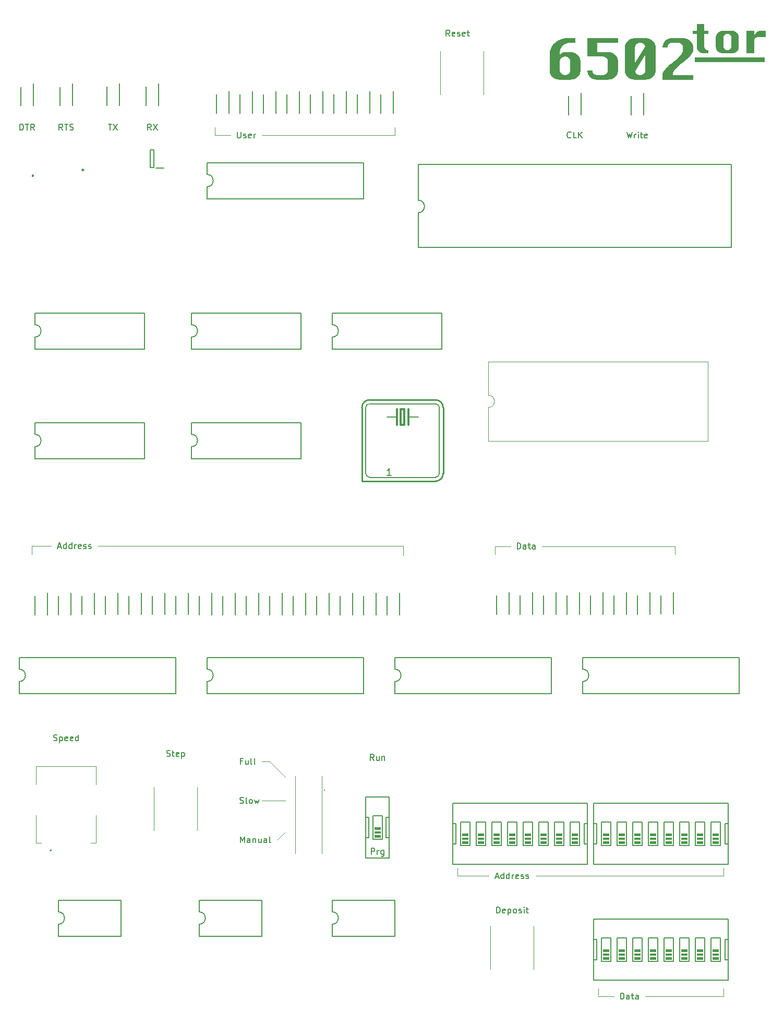
<source format=gto>
G04 #@! TF.GenerationSoftware,KiCad,Pcbnew,(6.0.9-0)*
G04 #@! TF.CreationDate,2022-12-07T17:47:50-05:00*
G04 #@! TF.ProjectId,6502tor,36353032-746f-4722-9e6b-696361645f70,rev?*
G04 #@! TF.SameCoordinates,Original*
G04 #@! TF.FileFunction,Legend,Top*
G04 #@! TF.FilePolarity,Positive*
%FSLAX46Y46*%
G04 Gerber Fmt 4.6, Leading zero omitted, Abs format (unit mm)*
G04 Created by KiCad (PCBNEW (6.0.9-0)) date 2022-12-07 17:47:50*
%MOMM*%
%LPD*%
G01*
G04 APERTURE LIST*
%ADD10C,0.150000*%
%ADD11C,0.120000*%
%ADD12C,0.000000*%
%ADD13C,0.127000*%
%ADD14C,0.152400*%
%ADD15C,0.304800*%
%ADD16C,0.254000*%
%ADD17C,0.200000*%
%ADD18C,0.100000*%
%ADD19C,0.300000*%
%ADD20C,0.250000*%
G04 APERTURE END LIST*
D10*
X120213619Y-107767380D02*
X120213619Y-106767380D01*
X120451714Y-106767380D01*
X120594571Y-106815000D01*
X120689809Y-106910238D01*
X120737428Y-107005476D01*
X120785047Y-107195952D01*
X120785047Y-107338809D01*
X120737428Y-107529285D01*
X120689809Y-107624523D01*
X120594571Y-107719761D01*
X120451714Y-107767380D01*
X120213619Y-107767380D01*
X121642190Y-107767380D02*
X121642190Y-107243571D01*
X121594571Y-107148333D01*
X121499333Y-107100714D01*
X121308857Y-107100714D01*
X121213619Y-107148333D01*
X121642190Y-107719761D02*
X121546952Y-107767380D01*
X121308857Y-107767380D01*
X121213619Y-107719761D01*
X121166000Y-107624523D01*
X121166000Y-107529285D01*
X121213619Y-107434047D01*
X121308857Y-107386428D01*
X121546952Y-107386428D01*
X121642190Y-107338809D01*
X121975523Y-107100714D02*
X122356476Y-107100714D01*
X122118380Y-106767380D02*
X122118380Y-107624523D01*
X122166000Y-107719761D01*
X122261238Y-107767380D01*
X122356476Y-107767380D01*
X123118380Y-107767380D02*
X123118380Y-107243571D01*
X123070761Y-107148333D01*
X122975523Y-107100714D01*
X122785047Y-107100714D01*
X122689809Y-107148333D01*
X123118380Y-107719761D02*
X123023142Y-107767380D01*
X122785047Y-107767380D01*
X122689809Y-107719761D01*
X122642190Y-107624523D01*
X122642190Y-107529285D01*
X122689809Y-107434047D01*
X122785047Y-107386428D01*
X123023142Y-107386428D01*
X123118380Y-107338809D01*
D11*
X145796000Y-108585000D02*
X145796000Y-107315000D01*
X116586000Y-107315000D02*
X116586000Y-108585000D01*
X124206000Y-107315000D02*
X145796000Y-107315000D01*
X116586000Y-107315000D02*
X119126000Y-107315000D01*
X81280000Y-154940000D02*
X82550000Y-153670000D01*
D12*
G36*
X147199497Y-24892000D02*
G01*
X147282797Y-24897180D01*
X147364569Y-24905814D01*
X147444813Y-24917902D01*
X147523528Y-24933443D01*
X147600714Y-24952438D01*
X147676372Y-24974887D01*
X147750502Y-25000789D01*
X147823103Y-25030145D01*
X147894175Y-25062954D01*
X147963719Y-25099217D01*
X148031735Y-25138934D01*
X148098222Y-25182104D01*
X148163180Y-25228728D01*
X148226610Y-25278806D01*
X148288511Y-25332337D01*
X148348213Y-25388253D01*
X148404062Y-25445485D01*
X148456060Y-25504032D01*
X148504206Y-25563896D01*
X148548500Y-25625074D01*
X148588943Y-25687569D01*
X148625534Y-25751379D01*
X148658273Y-25816505D01*
X148687161Y-25882946D01*
X148712197Y-25950704D01*
X148733381Y-26019776D01*
X148750713Y-26090165D01*
X148764194Y-26161869D01*
X148773823Y-26234889D01*
X148779601Y-26309224D01*
X148781527Y-26384875D01*
X148781527Y-26763789D01*
X148779949Y-26812699D01*
X148775214Y-26862506D01*
X148767324Y-26913210D01*
X148756277Y-26964813D01*
X148742074Y-27017313D01*
X148724715Y-27070711D01*
X148704199Y-27125006D01*
X148680527Y-27180199D01*
X148653699Y-27236290D01*
X148623715Y-27293279D01*
X148554278Y-27409949D01*
X148472216Y-27530209D01*
X148377529Y-27654061D01*
X148270217Y-27781503D01*
X148150280Y-27912536D01*
X148017718Y-28047160D01*
X147872531Y-28185374D01*
X147714719Y-28327179D01*
X147544282Y-28472575D01*
X147361220Y-28621561D01*
X147165533Y-28774138D01*
X147055975Y-28861846D01*
X146860289Y-29014588D01*
X146677227Y-29163190D01*
X146506790Y-29307654D01*
X146348978Y-29447979D01*
X146203792Y-29584165D01*
X146071230Y-29716212D01*
X145951293Y-29844120D01*
X145843980Y-29967889D01*
X145749293Y-30087519D01*
X145667231Y-30203011D01*
X145597794Y-30314363D01*
X145540981Y-30421577D01*
X145496794Y-30524652D01*
X145465232Y-30623588D01*
X145446294Y-30718385D01*
X145439982Y-30809043D01*
X145439982Y-30875710D01*
X148781527Y-30875710D01*
X148781527Y-31626521D01*
X143773123Y-31626521D01*
X143773123Y-30875710D01*
X143774697Y-30826798D01*
X143779420Y-30776980D01*
X143787292Y-30726258D01*
X143798312Y-30674632D01*
X143812480Y-30622101D01*
X143829798Y-30568666D01*
X143850264Y-30514325D01*
X143873878Y-30459081D01*
X143900641Y-30402932D01*
X143930553Y-30345878D01*
X143999822Y-30229057D01*
X144081685Y-30108618D01*
X144176143Y-29984561D01*
X144283195Y-29856886D01*
X144402842Y-29725593D01*
X144535083Y-29590681D01*
X144679918Y-29452152D01*
X144837348Y-29310004D01*
X145007372Y-29164239D01*
X145189990Y-29014855D01*
X145385202Y-28861854D01*
X145498678Y-28774144D01*
X145694365Y-28621567D01*
X145877426Y-28472581D01*
X146047863Y-28327185D01*
X146205675Y-28185380D01*
X146350862Y-28047166D01*
X146483424Y-27912542D01*
X146603361Y-27781509D01*
X146710673Y-27654067D01*
X146805360Y-27530216D01*
X146887422Y-27409956D01*
X146956860Y-27293286D01*
X147013672Y-27180207D01*
X147057859Y-27070718D01*
X147089422Y-26964820D01*
X147108359Y-26862513D01*
X147114672Y-26763797D01*
X147114672Y-26384881D01*
X147113694Y-26347069D01*
X147110759Y-26309942D01*
X147105868Y-26273501D01*
X147099021Y-26237745D01*
X147090217Y-26202674D01*
X147079457Y-26168289D01*
X147066740Y-26134588D01*
X147052067Y-26101573D01*
X147035437Y-26069244D01*
X147016852Y-26037599D01*
X146996309Y-26006640D01*
X146973811Y-25976366D01*
X146949356Y-25946777D01*
X146922944Y-25917874D01*
X146894576Y-25889656D01*
X146864252Y-25862123D01*
X146832613Y-25835357D01*
X146800301Y-25810318D01*
X146767317Y-25787006D01*
X146733660Y-25765421D01*
X146699331Y-25745563D01*
X146664329Y-25727431D01*
X146628655Y-25711026D01*
X146592309Y-25696348D01*
X146555290Y-25683397D01*
X146517598Y-25672173D01*
X146479234Y-25662675D01*
X146440198Y-25654904D01*
X146400489Y-25648860D01*
X146360107Y-25644543D01*
X146319053Y-25641953D01*
X146277327Y-25641089D01*
X145439985Y-25641089D01*
X145346414Y-25643995D01*
X145301714Y-25647627D01*
X145258406Y-25652711D01*
X145216488Y-25659249D01*
X145175961Y-25667239D01*
X145136825Y-25676681D01*
X145099080Y-25687577D01*
X145062726Y-25699925D01*
X145027763Y-25713726D01*
X144994190Y-25728979D01*
X144962009Y-25745686D01*
X144931219Y-25763845D01*
X144901819Y-25783456D01*
X144873810Y-25804521D01*
X144847192Y-25827038D01*
X144821965Y-25851008D01*
X144798129Y-25876431D01*
X144775684Y-25903306D01*
X144754630Y-25931634D01*
X144734967Y-25961415D01*
X144716694Y-25992648D01*
X144699813Y-26025334D01*
X144684322Y-26059473D01*
X144670222Y-26095065D01*
X144657513Y-26132109D01*
X144646195Y-26170606D01*
X144636268Y-26210555D01*
X144627732Y-26251958D01*
X144620586Y-26294813D01*
X144610468Y-26384881D01*
X144610468Y-26384877D01*
X143773127Y-26384877D01*
X143802564Y-26203890D01*
X143821020Y-26117775D01*
X143841967Y-26034579D01*
X143865406Y-25954303D01*
X143891335Y-25876945D01*
X143919757Y-25802507D01*
X143950669Y-25730988D01*
X143984074Y-25662388D01*
X144019969Y-25596707D01*
X144058356Y-25533945D01*
X144099234Y-25474103D01*
X144142604Y-25417179D01*
X144188465Y-25363175D01*
X144236817Y-25312090D01*
X144287661Y-25263924D01*
X144340996Y-25218677D01*
X144396822Y-25176350D01*
X144455140Y-25136941D01*
X144515949Y-25100452D01*
X144579250Y-25066882D01*
X144645042Y-25036231D01*
X144713325Y-25008499D01*
X144784100Y-24983686D01*
X144857366Y-24961792D01*
X144933123Y-24942818D01*
X145011372Y-24926762D01*
X145092112Y-24913626D01*
X145175343Y-24903409D01*
X145261066Y-24896111D01*
X145349280Y-24891733D01*
X145439985Y-24890273D01*
X147114668Y-24890273D01*
X147199497Y-24892000D01*
G37*
G36*
X136576491Y-25641084D02*
G01*
X133238859Y-25641084D01*
X133238859Y-27135690D01*
X134913545Y-27135690D01*
X134998373Y-27137417D01*
X135081674Y-27142597D01*
X135163445Y-27151231D01*
X135243689Y-27163319D01*
X135322403Y-27178860D01*
X135399590Y-27197855D01*
X135475248Y-27220303D01*
X135549377Y-27246206D01*
X135621978Y-27275561D01*
X135693051Y-27308371D01*
X135762595Y-27344634D01*
X135830611Y-27384351D01*
X135897098Y-27427521D01*
X135962057Y-27474145D01*
X136025488Y-27524223D01*
X136087390Y-27577754D01*
X136147091Y-27633259D01*
X136202940Y-27690134D01*
X136254938Y-27748380D01*
X136303084Y-27807997D01*
X136347378Y-27868983D01*
X136387820Y-27931341D01*
X136424411Y-27995069D01*
X136457150Y-28060167D01*
X136486038Y-28126636D01*
X136511074Y-28194475D01*
X136532258Y-28263684D01*
X136549590Y-28334265D01*
X136563071Y-28406215D01*
X136572700Y-28479536D01*
X136578478Y-28554228D01*
X136580403Y-28630290D01*
X136580403Y-30131913D01*
X136578462Y-30207989D01*
X136572639Y-30282722D01*
X136562933Y-30356112D01*
X136549346Y-30428159D01*
X136531876Y-30498862D01*
X136510523Y-30568222D01*
X136485289Y-30636240D01*
X136456172Y-30702914D01*
X136423173Y-30768245D01*
X136386292Y-30832233D01*
X136345529Y-30894878D01*
X136300883Y-30956180D01*
X136252355Y-31016139D01*
X136199945Y-31074754D01*
X136143653Y-31132027D01*
X136083478Y-31187957D01*
X136021133Y-31241064D01*
X135957351Y-31290744D01*
X135892132Y-31336998D01*
X135825477Y-31379826D01*
X135757385Y-31419228D01*
X135687856Y-31455203D01*
X135616890Y-31487752D01*
X135544488Y-31516875D01*
X135470649Y-31542572D01*
X135395373Y-31564842D01*
X135318660Y-31583686D01*
X135240511Y-31599104D01*
X135160924Y-31611096D01*
X135079901Y-31619661D01*
X134997441Y-31624800D01*
X134913545Y-31626513D01*
X133238859Y-31626513D01*
X133059481Y-31620675D01*
X132973552Y-31613377D01*
X132890130Y-31603160D01*
X132809214Y-31590024D01*
X132730805Y-31573969D01*
X132654902Y-31554994D01*
X132581507Y-31533101D01*
X132510617Y-31508288D01*
X132442235Y-31480556D01*
X132376359Y-31449905D01*
X132312990Y-31416335D01*
X132252127Y-31379845D01*
X132193771Y-31340437D01*
X132137922Y-31298109D01*
X132084579Y-31252862D01*
X132033743Y-31204696D01*
X131985414Y-31153611D01*
X131939591Y-31099607D01*
X131896275Y-31042684D01*
X131855466Y-30982841D01*
X131817163Y-30920079D01*
X131781367Y-30854399D01*
X131748077Y-30785799D01*
X131717294Y-30714279D01*
X131689018Y-30639841D01*
X131663248Y-30562484D01*
X131639985Y-30482207D01*
X131619229Y-30399011D01*
X131600979Y-30312897D01*
X131572000Y-30131909D01*
X132409343Y-30131909D01*
X132413707Y-30177670D01*
X132419462Y-30221978D01*
X132426607Y-30264833D01*
X132435143Y-30306236D01*
X132445070Y-30346185D01*
X132456389Y-30384682D01*
X132469098Y-30421727D01*
X132483197Y-30457318D01*
X132498688Y-30491457D01*
X132515570Y-30524144D01*
X132533842Y-30555377D01*
X132553506Y-30585158D01*
X132574560Y-30613486D01*
X132597005Y-30640361D01*
X132620842Y-30665784D01*
X132646069Y-30689754D01*
X132672687Y-30712271D01*
X132700695Y-30733336D01*
X132730095Y-30752947D01*
X132760886Y-30771107D01*
X132793067Y-30787813D01*
X132826640Y-30803066D01*
X132861603Y-30816867D01*
X132897957Y-30829216D01*
X132935702Y-30840111D01*
X132974838Y-30849554D01*
X133015365Y-30857544D01*
X133057283Y-30864081D01*
X133100591Y-30869166D01*
X133145291Y-30872797D01*
X133191381Y-30874976D01*
X133238863Y-30875703D01*
X134076205Y-30875703D01*
X134118390Y-30874853D01*
X134159842Y-30872304D01*
X134200560Y-30868055D01*
X134240544Y-30862107D01*
X134279794Y-30854460D01*
X134318311Y-30845113D01*
X134356094Y-30834067D01*
X134393143Y-30821321D01*
X134429458Y-30806876D01*
X134465040Y-30790732D01*
X134499889Y-30772888D01*
X134534003Y-30753345D01*
X134567384Y-30732103D01*
X134600031Y-30709161D01*
X134631945Y-30684520D01*
X134663125Y-30658179D01*
X134693450Y-30630221D01*
X134721818Y-30601606D01*
X134748230Y-30572332D01*
X134772685Y-30542401D01*
X134795184Y-30511811D01*
X134815726Y-30480564D01*
X134834312Y-30448659D01*
X134850942Y-30416096D01*
X134865615Y-30382875D01*
X134878331Y-30348996D01*
X134889092Y-30314460D01*
X134897895Y-30279265D01*
X134904743Y-30243413D01*
X134909634Y-30206903D01*
X134912568Y-30169735D01*
X134913547Y-30131909D01*
X134913547Y-28630288D01*
X134912568Y-28592476D01*
X134909634Y-28555349D01*
X134904743Y-28518908D01*
X134897895Y-28483152D01*
X134889092Y-28448081D01*
X134878331Y-28413695D01*
X134865615Y-28379995D01*
X134850942Y-28346980D01*
X134834312Y-28314650D01*
X134815726Y-28283006D01*
X134795184Y-28252046D01*
X134772685Y-28221772D01*
X134748230Y-28192184D01*
X134721818Y-28163280D01*
X134693450Y-28135062D01*
X134663125Y-28107530D01*
X134631945Y-28080764D01*
X134600031Y-28055725D01*
X134567384Y-28032413D01*
X134534003Y-28010828D01*
X134499888Y-27990970D01*
X134465040Y-27972838D01*
X134429458Y-27956433D01*
X134393142Y-27941755D01*
X134356093Y-27928804D01*
X134318310Y-27917580D01*
X134279793Y-27908082D01*
X134240543Y-27900311D01*
X134200559Y-27894267D01*
X134159841Y-27889950D01*
X134118390Y-27887360D01*
X134076205Y-27886496D01*
X131572000Y-27886496D01*
X131572063Y-24890273D01*
X136580466Y-24890273D01*
X136576491Y-25641084D01*
G37*
D11*
X80010000Y-142240000D02*
X82550000Y-144780000D01*
X100330000Y-40640000D02*
X100330000Y-39370000D01*
X153670000Y-180340000D02*
X153670000Y-179070000D01*
D12*
G36*
X150599215Y-23668971D02*
G01*
X151222509Y-23668971D01*
X151222509Y-24198897D01*
X150599215Y-24198897D01*
X150599215Y-26313655D01*
X150599988Y-26345073D01*
X150602309Y-26375562D01*
X150606178Y-26405123D01*
X150611593Y-26433755D01*
X150618557Y-26461459D01*
X150627067Y-26488234D01*
X150637125Y-26514080D01*
X150648730Y-26538998D01*
X150661882Y-26562987D01*
X150676582Y-26586048D01*
X150692829Y-26608180D01*
X150710623Y-26629383D01*
X150729965Y-26649658D01*
X150750854Y-26669004D01*
X150773290Y-26687421D01*
X150797274Y-26704909D01*
X150821917Y-26721102D01*
X150846333Y-26736250D01*
X150870521Y-26750353D01*
X150894481Y-26763411D01*
X150918214Y-26775425D01*
X150941720Y-26786395D01*
X150964997Y-26796319D01*
X150988048Y-26805199D01*
X151010870Y-26813034D01*
X151033466Y-26819825D01*
X151055833Y-26825571D01*
X151077973Y-26830272D01*
X151099886Y-26833928D01*
X151121571Y-26836540D01*
X151143029Y-26838107D01*
X151164259Y-26838630D01*
X151222506Y-26838630D01*
X151222506Y-27368558D01*
X150599215Y-27368558D01*
X150535718Y-27367349D01*
X150473382Y-27363721D01*
X150412206Y-27357676D01*
X150352190Y-27349212D01*
X150293336Y-27338330D01*
X150235641Y-27325029D01*
X150179107Y-27309311D01*
X150123734Y-27291174D01*
X150069521Y-27270619D01*
X150016468Y-27247645D01*
X149964576Y-27222253D01*
X149913845Y-27194443D01*
X149864274Y-27164215D01*
X149815864Y-27131568D01*
X149768614Y-27096503D01*
X149722525Y-27059020D01*
X149678437Y-27019545D01*
X149637194Y-26979121D01*
X149598796Y-26937750D01*
X149563242Y-26895430D01*
X149530532Y-26852163D01*
X149500666Y-26807948D01*
X149473645Y-26762784D01*
X149449468Y-26716673D01*
X149428136Y-26669614D01*
X149409648Y-26621606D01*
X149394004Y-26572651D01*
X149381205Y-26522748D01*
X149371249Y-26471897D01*
X149364139Y-26420097D01*
X149359872Y-26367350D01*
X149358450Y-26313655D01*
X149358450Y-24198899D01*
X148735159Y-24198899D01*
X148735159Y-23668971D01*
X149358450Y-23668971D01*
X149358454Y-22614070D01*
X150599215Y-22614070D01*
X150599215Y-23668971D01*
G37*
D11*
X78740000Y-142240000D02*
X80010000Y-142240000D01*
X41402000Y-107254000D02*
X44577000Y-107254000D01*
D12*
G36*
X125474892Y-27374561D02*
G01*
X125484979Y-27243898D01*
X125501792Y-27115592D01*
X125525330Y-26989644D01*
X125555593Y-26866053D01*
X125592582Y-26744819D01*
X125636295Y-26625943D01*
X125686734Y-26509424D01*
X125743898Y-26395262D01*
X125807786Y-26283457D01*
X125878400Y-26174010D01*
X125955740Y-26066920D01*
X126039804Y-25962187D01*
X126130593Y-25859811D01*
X126228108Y-25759793D01*
X126332348Y-25662131D01*
X126441723Y-25568664D01*
X126553667Y-25481226D01*
X126668177Y-25399819D01*
X126785256Y-25324442D01*
X126904903Y-25255095D01*
X127027117Y-25191779D01*
X127151899Y-25134492D01*
X127279248Y-25083236D01*
X127409166Y-25038010D01*
X127541651Y-24998814D01*
X127676704Y-24965648D01*
X127814325Y-24938512D01*
X127954514Y-24917407D01*
X128097271Y-24902331D01*
X128242595Y-24893286D01*
X128390488Y-24890271D01*
X129642587Y-24890271D01*
X129642587Y-25641082D01*
X128813072Y-25641082D01*
X128727281Y-25642809D01*
X128643048Y-25647989D01*
X128560375Y-25656623D01*
X128479260Y-25668711D01*
X128399705Y-25684252D01*
X128321708Y-25703248D01*
X128245271Y-25725696D01*
X128170392Y-25751599D01*
X128097073Y-25780955D01*
X128025312Y-25813764D01*
X127955111Y-25850027D01*
X127886468Y-25889744D01*
X127819385Y-25932915D01*
X127753861Y-25979539D01*
X127689895Y-26029617D01*
X127627489Y-26083148D01*
X127568262Y-26139064D01*
X127512856Y-26196296D01*
X127461271Y-26254843D01*
X127413507Y-26314706D01*
X127369565Y-26375885D01*
X127329443Y-26438379D01*
X127293143Y-26502189D01*
X127260663Y-26567315D01*
X127232005Y-26633756D01*
X127207168Y-26701513D01*
X127186152Y-26770586D01*
X127168957Y-26840974D01*
X127155583Y-26912678D01*
X127146030Y-26985698D01*
X127140298Y-27060033D01*
X127138388Y-27135684D01*
X127138390Y-27886498D01*
X127145359Y-27839888D01*
X127153552Y-27794784D01*
X127162967Y-27751189D01*
X127173605Y-27709101D01*
X127185466Y-27668521D01*
X127198549Y-27629448D01*
X127212855Y-27591883D01*
X127228384Y-27555825D01*
X127245136Y-27521275D01*
X127263110Y-27488232D01*
X127282308Y-27456697D01*
X127302728Y-27426670D01*
X127324370Y-27398150D01*
X127347236Y-27371138D01*
X127371324Y-27345633D01*
X127396635Y-27321635D01*
X127423658Y-27299118D01*
X127451903Y-27278053D01*
X127481371Y-27258441D01*
X127512062Y-27240282D01*
X127543976Y-27223576D01*
X127577113Y-27208322D01*
X127611472Y-27194521D01*
X127647054Y-27182173D01*
X127683859Y-27171278D01*
X127721887Y-27161835D01*
X127761137Y-27153845D01*
X127801610Y-27147308D01*
X127843306Y-27142223D01*
X127886225Y-27138591D01*
X127930367Y-27136412D01*
X127975731Y-27135686D01*
X128813074Y-27135686D01*
X128897903Y-27137413D01*
X128981203Y-27142593D01*
X129062974Y-27151227D01*
X129143218Y-27163315D01*
X129221933Y-27178857D01*
X129299119Y-27197852D01*
X129374777Y-27220300D01*
X129448906Y-27246203D01*
X129521507Y-27275559D01*
X129592580Y-27308368D01*
X129662124Y-27344632D01*
X129730140Y-27384348D01*
X129796627Y-27427519D01*
X129861586Y-27474143D01*
X129925017Y-27524221D01*
X129986919Y-27577752D01*
X130046620Y-27633257D01*
X130102469Y-27690132D01*
X130154466Y-27748378D01*
X130202612Y-27807994D01*
X130246906Y-27868981D01*
X130287348Y-27931338D01*
X130323939Y-27995066D01*
X130356679Y-28060164D01*
X130385566Y-28126633D01*
X130410602Y-28194472D01*
X130431786Y-28263682D01*
X130449119Y-28334262D01*
X130462600Y-28406213D01*
X130472229Y-28479534D01*
X130478007Y-28554226D01*
X130479932Y-28630288D01*
X130479932Y-30131909D01*
X130478007Y-30207149D01*
X130472229Y-30281128D01*
X130462600Y-30353847D01*
X130449119Y-30425304D01*
X130431786Y-30495501D01*
X130410602Y-30564437D01*
X130385566Y-30632112D01*
X130356679Y-30698526D01*
X130323939Y-30763679D01*
X130287348Y-30827571D01*
X130246906Y-30890203D01*
X130202612Y-30951574D01*
X130154466Y-31011683D01*
X130102469Y-31070532D01*
X130046620Y-31128120D01*
X129986919Y-31184447D01*
X129925017Y-31237979D01*
X129861586Y-31288056D01*
X129796627Y-31334680D01*
X129730140Y-31377851D01*
X129662124Y-31417567D01*
X129592580Y-31453830D01*
X129521507Y-31486640D01*
X129448906Y-31515996D01*
X129374777Y-31541898D01*
X129299119Y-31564346D01*
X129221933Y-31583341D01*
X129143218Y-31598883D01*
X129062974Y-31610970D01*
X128981203Y-31619604D01*
X128897903Y-31624785D01*
X128813074Y-31626512D01*
X127138390Y-31626512D01*
X127053546Y-31624785D01*
X126970200Y-31619604D01*
X126888351Y-31610970D01*
X126808001Y-31598883D01*
X126729149Y-31583341D01*
X126651794Y-31564346D01*
X126575938Y-31541898D01*
X126501579Y-31515996D01*
X126428718Y-31486640D01*
X126357355Y-31453830D01*
X126287490Y-31417567D01*
X126219123Y-31377851D01*
X126152253Y-31334680D01*
X126086882Y-31288056D01*
X126023008Y-31237979D01*
X125960632Y-31184447D01*
X125901405Y-31128120D01*
X125845999Y-31070532D01*
X125794414Y-31011683D01*
X125746650Y-30951574D01*
X125702707Y-30890203D01*
X125662585Y-30827571D01*
X125626284Y-30763679D01*
X125593805Y-30698526D01*
X125565147Y-30632112D01*
X125540309Y-30564437D01*
X125519293Y-30495501D01*
X125502098Y-30425304D01*
X125488724Y-30353847D01*
X125479171Y-30281128D01*
X125473440Y-30207149D01*
X125471529Y-30131913D01*
X127138390Y-30131913D01*
X127139337Y-30169313D01*
X127142180Y-30206083D01*
X127146918Y-30242223D01*
X127153552Y-30277732D01*
X127162080Y-30312611D01*
X127172504Y-30346859D01*
X127184823Y-30380477D01*
X127199038Y-30413465D01*
X127215148Y-30445822D01*
X127233153Y-30477549D01*
X127253053Y-30508645D01*
X127274849Y-30539111D01*
X127298540Y-30568947D01*
X127324126Y-30598152D01*
X127351608Y-30626727D01*
X127380985Y-30654672D01*
X127412196Y-30681437D01*
X127444201Y-30706476D01*
X127477002Y-30729788D01*
X127510597Y-30751373D01*
X127544987Y-30771231D01*
X127580171Y-30789363D01*
X127616151Y-30805768D01*
X127652925Y-30820446D01*
X127690494Y-30833397D01*
X127728858Y-30844622D01*
X127768017Y-30854119D01*
X127807971Y-30861890D01*
X127848719Y-30867934D01*
X127890262Y-30872251D01*
X127932600Y-30874841D01*
X127975733Y-30875705D01*
X128018850Y-30874841D01*
X128061142Y-30872251D01*
X128102609Y-30867934D01*
X128143250Y-30861890D01*
X128183066Y-30854119D01*
X128222057Y-30844622D01*
X128260222Y-30833397D01*
X128297562Y-30820446D01*
X128334077Y-30805768D01*
X128369766Y-30789363D01*
X128404630Y-30771231D01*
X128438668Y-30751373D01*
X128471881Y-30729788D01*
X128504269Y-30706476D01*
X128535831Y-30681437D01*
X128566568Y-30654672D01*
X128596419Y-30626727D01*
X128624344Y-30598152D01*
X128650343Y-30568947D01*
X128674416Y-30539111D01*
X128696563Y-30508645D01*
X128716784Y-30477549D01*
X128735080Y-30445822D01*
X128751449Y-30413465D01*
X128765893Y-30380477D01*
X128778411Y-30346859D01*
X128789003Y-30312611D01*
X128797669Y-30277732D01*
X128804410Y-30242223D01*
X128809224Y-30206083D01*
X128812113Y-30169313D01*
X128813076Y-30131913D01*
X128813074Y-30131913D01*
X128813074Y-28630290D01*
X128812096Y-28592478D01*
X128809161Y-28555351D01*
X128804270Y-28518910D01*
X128797423Y-28483154D01*
X128788619Y-28448083D01*
X128777859Y-28413698D01*
X128765142Y-28379997D01*
X128750469Y-28346982D01*
X128733840Y-28314653D01*
X128715254Y-28283008D01*
X128694712Y-28252049D01*
X128672213Y-28221775D01*
X128647758Y-28192186D01*
X128621346Y-28163283D01*
X128592979Y-28135065D01*
X128562654Y-28107532D01*
X128531474Y-28080766D01*
X128499560Y-28055727D01*
X128466913Y-28032415D01*
X128433532Y-28010830D01*
X128399417Y-27990972D01*
X128364568Y-27972840D01*
X128328986Y-27956435D01*
X128292670Y-27941757D01*
X128255620Y-27928806D01*
X128217837Y-27917582D01*
X128179320Y-27908084D01*
X128140070Y-27900313D01*
X128100085Y-27894269D01*
X128059367Y-27889952D01*
X128017916Y-27887362D01*
X127975731Y-27886498D01*
X127933072Y-27887362D01*
X127891177Y-27889952D01*
X127850047Y-27894269D01*
X127809681Y-27900313D01*
X127770079Y-27908084D01*
X127731241Y-27917582D01*
X127693168Y-27928806D01*
X127655858Y-27941757D01*
X127619313Y-27956435D01*
X127583532Y-27972840D01*
X127548516Y-27990972D01*
X127514263Y-28010830D01*
X127480775Y-28032415D01*
X127448051Y-28055727D01*
X127416091Y-28080766D01*
X127384895Y-28107532D01*
X127355045Y-28135065D01*
X127327121Y-28163284D01*
X127301122Y-28192187D01*
X127277049Y-28221776D01*
X127254902Y-28252051D01*
X127234681Y-28283010D01*
X127216386Y-28314655D01*
X127200016Y-28346985D01*
X127185572Y-28380000D01*
X127173054Y-28413700D01*
X127162462Y-28448085D01*
X127153796Y-28483156D01*
X127147056Y-28518912D01*
X127142241Y-28555353D01*
X127139352Y-28592479D01*
X127138390Y-28630290D01*
X127138390Y-30131913D01*
X125471529Y-30131913D01*
X125471529Y-27507581D01*
X125474892Y-27374561D01*
G37*
G36*
X160392487Y-28767780D02*
G01*
X149020695Y-28767780D01*
X149020695Y-28012474D01*
X160392487Y-28012474D01*
X160392487Y-28767780D01*
G37*
D11*
X41402000Y-107254000D02*
X41402000Y-108651000D01*
X133350000Y-180340000D02*
X135890000Y-180340000D01*
X110490000Y-159512000D02*
X110490000Y-160782000D01*
X140970000Y-180340000D02*
X153670000Y-180340000D01*
X153670000Y-160782000D02*
X153670000Y-159512000D01*
X133350000Y-179070000D02*
X133350000Y-180340000D01*
X78740000Y-148590000D02*
X82550000Y-148590000D01*
X101727000Y-108778000D02*
X101727000Y-107254000D01*
D12*
G36*
X158672878Y-24728826D02*
G01*
X158682912Y-24663620D01*
X158694812Y-24600484D01*
X158708578Y-24539418D01*
X158724210Y-24480422D01*
X158741708Y-24423496D01*
X158761072Y-24368640D01*
X158782302Y-24315854D01*
X158805398Y-24265139D01*
X158830359Y-24216493D01*
X158857187Y-24169917D01*
X158885881Y-24125411D01*
X158916441Y-24082976D01*
X158948866Y-24042610D01*
X158983158Y-24004315D01*
X159019315Y-23968090D01*
X159057339Y-23933934D01*
X159097227Y-23901849D01*
X159138982Y-23871833D01*
X159182602Y-23843888D01*
X159228089Y-23818012D01*
X159275441Y-23794207D01*
X159324659Y-23772472D01*
X159375743Y-23752806D01*
X159428693Y-23735211D01*
X159483509Y-23719686D01*
X159540191Y-23706231D01*
X159598738Y-23694846D01*
X159659152Y-23685531D01*
X159721431Y-23678286D01*
X159785576Y-23673111D01*
X159851587Y-23670006D01*
X159919464Y-23668971D01*
X160536930Y-23668971D01*
X160536930Y-24728826D01*
X159296169Y-24728826D01*
X159264415Y-24729435D01*
X159233230Y-24731263D01*
X159202614Y-24734310D01*
X159172567Y-24738576D01*
X159143089Y-24744060D01*
X159114180Y-24750764D01*
X159085839Y-24758686D01*
X159058068Y-24767827D01*
X159030865Y-24778187D01*
X159004231Y-24789765D01*
X158978166Y-24802563D01*
X158952670Y-24816579D01*
X158927743Y-24831814D01*
X158903384Y-24848268D01*
X158879594Y-24865940D01*
X158856373Y-24884831D01*
X158834153Y-24904264D01*
X158813366Y-24924181D01*
X158794013Y-24944581D01*
X158776094Y-24965465D01*
X158759608Y-24986833D01*
X158744556Y-25008684D01*
X158730937Y-25031019D01*
X158718752Y-25053837D01*
X158708000Y-25077139D01*
X158698682Y-25100925D01*
X158690798Y-25125195D01*
X158684347Y-25149948D01*
X158679329Y-25175185D01*
X158675745Y-25200905D01*
X158673595Y-25227109D01*
X158672878Y-25253797D01*
X158672878Y-27368556D01*
X157432119Y-27368556D01*
X157432119Y-23668971D01*
X158672878Y-23668971D01*
X158672878Y-24728826D01*
G37*
D11*
X71120000Y-39370000D02*
X71120000Y-40640000D01*
X78740000Y-40640000D02*
X100330000Y-40640000D01*
D12*
G36*
X152464692Y-24674541D02*
G01*
X152468993Y-24621262D01*
X152476160Y-24568989D01*
X152486195Y-24517722D01*
X152499097Y-24467460D01*
X152514865Y-24418205D01*
X152533501Y-24369956D01*
X152555004Y-24322713D01*
X152579374Y-24276476D01*
X152606611Y-24231245D01*
X152636716Y-24187019D01*
X152669687Y-24143800D01*
X152705526Y-24101587D01*
X152744231Y-24060380D01*
X152785804Y-24020179D01*
X152830244Y-23980985D01*
X152876663Y-23943202D01*
X152924175Y-23907856D01*
X152972778Y-23874949D01*
X153022474Y-23844478D01*
X153073262Y-23816446D01*
X153125143Y-23790851D01*
X153178115Y-23767694D01*
X153232180Y-23746974D01*
X153287337Y-23728692D01*
X153343587Y-23712848D01*
X153400928Y-23699441D01*
X153459362Y-23688472D01*
X153518888Y-23679940D01*
X153579506Y-23673846D01*
X153641217Y-23670190D01*
X153704020Y-23668971D01*
X154950609Y-23668971D01*
X155013753Y-23670199D01*
X155075759Y-23673885D01*
X155136628Y-23680027D01*
X155196358Y-23688627D01*
X155254951Y-23699683D01*
X155312406Y-23713196D01*
X155368724Y-23729166D01*
X155423904Y-23747593D01*
X155477946Y-23768477D01*
X155530850Y-23791818D01*
X155582616Y-23817616D01*
X155633245Y-23845871D01*
X155682737Y-23876583D01*
X155731090Y-23909752D01*
X155778306Y-23945378D01*
X155824385Y-23983460D01*
X155868824Y-24022936D01*
X155910397Y-24063359D01*
X155949102Y-24104731D01*
X155984940Y-24147050D01*
X156017912Y-24190318D01*
X156048016Y-24234533D01*
X156075253Y-24279696D01*
X156099623Y-24325808D01*
X156121126Y-24372867D01*
X156139762Y-24420874D01*
X156155531Y-24469829D01*
X156168433Y-24519733D01*
X156178468Y-24570584D01*
X156185636Y-24622383D01*
X156189937Y-24675130D01*
X156191370Y-24728826D01*
X156191370Y-26313653D01*
X156189937Y-26366758D01*
X156185636Y-26418973D01*
X156178468Y-26470298D01*
X156168433Y-26520733D01*
X156155531Y-26570278D01*
X156139762Y-26618933D01*
X156121126Y-26666699D01*
X156099623Y-26713574D01*
X156075253Y-26759560D01*
X156048016Y-26804655D01*
X156017912Y-26848861D01*
X155984940Y-26892177D01*
X155949102Y-26934603D01*
X155910397Y-26976140D01*
X155868824Y-27016786D01*
X155824385Y-27056542D01*
X155778306Y-27094325D01*
X155731090Y-27129671D01*
X155682737Y-27162578D01*
X155633245Y-27193049D01*
X155582616Y-27221081D01*
X155530850Y-27246676D01*
X155477946Y-27269833D01*
X155423904Y-27290553D01*
X155368724Y-27308835D01*
X155312406Y-27324679D01*
X155254951Y-27338086D01*
X155196358Y-27349055D01*
X155136628Y-27357587D01*
X155075759Y-27363681D01*
X155013753Y-27367337D01*
X154950609Y-27368556D01*
X153704020Y-27368556D01*
X153640864Y-27367347D01*
X153578824Y-27363720D01*
X153517899Y-27357674D01*
X153458088Y-27349210D01*
X153399393Y-27338328D01*
X153341812Y-27325028D01*
X153285347Y-27309309D01*
X153229996Y-27291172D01*
X153175761Y-27270617D01*
X153122640Y-27247643D01*
X153070634Y-27222252D01*
X153019744Y-27194441D01*
X152969968Y-27164213D01*
X152921307Y-27131566D01*
X152873761Y-27096501D01*
X152827330Y-27059018D01*
X152783243Y-27019543D01*
X152742001Y-26979119D01*
X152703603Y-26937748D01*
X152668049Y-26895428D01*
X152635339Y-26852161D01*
X152605474Y-26807945D01*
X152578453Y-26762782D01*
X152554277Y-26716670D01*
X152532944Y-26669611D01*
X152514456Y-26621603D01*
X152498813Y-26572648D01*
X152486013Y-26522745D01*
X152476058Y-26471894D01*
X152468947Y-26420095D01*
X152464681Y-26367348D01*
X152463259Y-26313653D01*
X153704020Y-26313653D01*
X153704725Y-26340051D01*
X153706841Y-26366003D01*
X153710368Y-26391511D01*
X153715306Y-26416574D01*
X153721655Y-26441192D01*
X153729414Y-26465365D01*
X153738585Y-26489093D01*
X153749166Y-26512376D01*
X153761157Y-26535214D01*
X153774560Y-26557607D01*
X153789373Y-26579556D01*
X153805597Y-26601059D01*
X153823232Y-26622117D01*
X153842277Y-26642730D01*
X153862733Y-26662899D01*
X153884600Y-26682622D01*
X153907832Y-26701513D01*
X153931656Y-26719185D01*
X153956072Y-26735639D01*
X153981079Y-26750874D01*
X154006678Y-26764890D01*
X154032869Y-26777687D01*
X154059651Y-26789266D01*
X154087024Y-26799626D01*
X154114990Y-26808767D01*
X154143547Y-26816689D01*
X154172695Y-26823392D01*
X154202436Y-26828877D01*
X154232768Y-26833143D01*
X154263692Y-26836190D01*
X154295207Y-26838018D01*
X154327314Y-26838628D01*
X154359410Y-26838018D01*
X154390891Y-26836190D01*
X154421758Y-26833143D01*
X154452010Y-26828877D01*
X154481648Y-26823392D01*
X154510671Y-26816689D01*
X154539080Y-26808767D01*
X154566875Y-26799626D01*
X154594055Y-26789266D01*
X154620621Y-26777687D01*
X154646572Y-26764890D01*
X154671909Y-26750874D01*
X154696631Y-26735639D01*
X154720739Y-26719185D01*
X154744232Y-26701513D01*
X154767111Y-26682622D01*
X154789332Y-26662899D01*
X154810119Y-26642730D01*
X154829472Y-26622117D01*
X154847391Y-26601059D01*
X154863877Y-26579556D01*
X154878930Y-26557607D01*
X154892548Y-26535214D01*
X154904733Y-26512376D01*
X154915485Y-26489093D01*
X154924803Y-26465365D01*
X154932687Y-26441192D01*
X154939138Y-26416574D01*
X154944155Y-26391511D01*
X154947739Y-26366003D01*
X154949889Y-26340051D01*
X154950605Y-26313653D01*
X154950605Y-24728826D01*
X154949877Y-24701828D01*
X154947693Y-24675315D01*
X154944052Y-24649285D01*
X154938955Y-24623738D01*
X154932401Y-24598675D01*
X154924391Y-24574096D01*
X154914925Y-24550001D01*
X154904003Y-24526389D01*
X154891624Y-24503260D01*
X154877789Y-24480616D01*
X154862498Y-24458455D01*
X154845750Y-24436777D01*
X154827546Y-24415584D01*
X154807886Y-24394874D01*
X154786769Y-24374648D01*
X154764196Y-24354905D01*
X154740987Y-24336013D01*
X154717231Y-24318341D01*
X154692929Y-24301887D01*
X154668081Y-24286651D01*
X154642687Y-24272635D01*
X154616747Y-24259838D01*
X154590261Y-24248259D01*
X154563229Y-24237899D01*
X154535651Y-24228758D01*
X154507527Y-24220836D01*
X154478857Y-24214132D01*
X154449640Y-24208648D01*
X154419878Y-24204382D01*
X154389570Y-24201335D01*
X154358715Y-24199507D01*
X154327314Y-24198897D01*
X154295560Y-24199507D01*
X154264374Y-24201335D01*
X154233758Y-24204382D01*
X154203710Y-24208648D01*
X154174232Y-24214132D01*
X154145322Y-24220836D01*
X154116981Y-24228758D01*
X154089210Y-24237899D01*
X154062007Y-24248259D01*
X154035373Y-24259838D01*
X154009308Y-24272635D01*
X153983811Y-24286651D01*
X153958884Y-24301887D01*
X153934525Y-24318341D01*
X153910735Y-24336013D01*
X153887514Y-24354905D01*
X153865294Y-24374648D01*
X153844508Y-24394874D01*
X153825155Y-24415584D01*
X153807235Y-24436777D01*
X153790749Y-24458455D01*
X153775697Y-24480616D01*
X153762078Y-24503260D01*
X153749893Y-24526389D01*
X153739142Y-24550001D01*
X153729824Y-24574096D01*
X153721939Y-24598675D01*
X153715488Y-24623738D01*
X153710471Y-24649285D01*
X153706887Y-24675315D01*
X153704736Y-24701828D01*
X153704020Y-24728826D01*
X153704020Y-26313653D01*
X152463259Y-26313653D01*
X152463259Y-24728826D01*
X152464692Y-24674541D01*
G37*
G36*
X137672597Y-30131913D02*
G01*
X137672597Y-28932017D01*
X139339450Y-28932017D01*
X140998489Y-26258571D01*
X140987262Y-26220581D01*
X140975103Y-26183797D01*
X140962012Y-26148219D01*
X140947988Y-26113847D01*
X140933033Y-26080681D01*
X140917144Y-26048721D01*
X140900324Y-26017967D01*
X140882571Y-25988419D01*
X140863885Y-25960077D01*
X140844268Y-25932942D01*
X140823718Y-25907012D01*
X140802235Y-25882288D01*
X140779820Y-25858771D01*
X140756473Y-25836459D01*
X140732194Y-25815354D01*
X140706982Y-25795454D01*
X140680838Y-25776760D01*
X140653762Y-25759273D01*
X140625753Y-25742992D01*
X140596812Y-25727916D01*
X140566938Y-25714047D01*
X140536132Y-25701383D01*
X140504394Y-25689926D01*
X140471724Y-25679675D01*
X140438121Y-25670630D01*
X140403586Y-25662790D01*
X140368118Y-25656157D01*
X140331718Y-25650730D01*
X140294386Y-25646509D01*
X140256121Y-25643494D01*
X140176795Y-25641082D01*
X140134136Y-25641945D01*
X140092241Y-25644535D01*
X140051111Y-25648853D01*
X140010744Y-25654897D01*
X139971142Y-25662667D01*
X139932304Y-25672165D01*
X139894231Y-25683389D01*
X139856921Y-25696341D01*
X139820376Y-25711019D01*
X139784595Y-25727424D01*
X139749579Y-25745556D01*
X139715326Y-25765414D01*
X139681838Y-25787000D01*
X139649114Y-25810312D01*
X139617155Y-25835351D01*
X139585960Y-25862117D01*
X139556109Y-25889650D01*
X139528185Y-25917868D01*
X139502186Y-25946771D01*
X139478113Y-25976360D01*
X139455965Y-26006633D01*
X139435744Y-26037593D01*
X139417448Y-26069237D01*
X139401078Y-26101567D01*
X139386634Y-26134582D01*
X139374116Y-26168282D01*
X139363524Y-26202668D01*
X139354857Y-26237739D01*
X139348117Y-26273495D01*
X139343302Y-26309937D01*
X139340413Y-26347063D01*
X139339450Y-26384875D01*
X139339450Y-28932017D01*
X137672597Y-28932017D01*
X137672597Y-26384875D01*
X137674508Y-26308813D01*
X137680239Y-26234121D01*
X137689792Y-26160800D01*
X137703166Y-26088849D01*
X137720361Y-26018268D01*
X137741377Y-25949059D01*
X137766214Y-25881219D01*
X137794872Y-25814750D01*
X137827351Y-25749652D01*
X137863652Y-25685924D01*
X137903773Y-25623567D01*
X137947716Y-25562580D01*
X137995480Y-25502964D01*
X138047065Y-25444718D01*
X138102471Y-25387842D01*
X138161698Y-25332337D01*
X138224074Y-25278806D01*
X138287947Y-25228728D01*
X138353318Y-25182104D01*
X138420188Y-25138934D01*
X138488555Y-25099217D01*
X138558420Y-25062954D01*
X138629782Y-25030144D01*
X138702643Y-25000788D01*
X138777002Y-24974886D01*
X138852859Y-24952437D01*
X138930213Y-24933442D01*
X139009065Y-24917900D01*
X139089416Y-24905813D01*
X139171264Y-24897178D01*
X139254610Y-24891998D01*
X139339454Y-24890271D01*
X139339454Y-24890273D01*
X141014140Y-24890273D01*
X141098968Y-24892000D01*
X141182268Y-24897180D01*
X141264040Y-24905814D01*
X141344283Y-24917902D01*
X141422997Y-24933443D01*
X141500183Y-24952438D01*
X141575841Y-24974887D01*
X141649970Y-25000789D01*
X141722571Y-25030145D01*
X141793643Y-25062954D01*
X141863187Y-25099217D01*
X141931202Y-25138934D01*
X141997689Y-25182104D01*
X142062647Y-25228728D01*
X142126077Y-25278806D01*
X142187979Y-25332337D01*
X142247680Y-25388253D01*
X142303530Y-25445485D01*
X142355527Y-25504032D01*
X142403674Y-25563896D01*
X142447968Y-25625074D01*
X142488411Y-25687569D01*
X142525002Y-25751379D01*
X142557741Y-25816505D01*
X142586628Y-25882946D01*
X142611664Y-25950704D01*
X142632848Y-26019776D01*
X142650181Y-26090165D01*
X142663662Y-26161869D01*
X142673291Y-26234889D01*
X142679068Y-26309224D01*
X142680994Y-26384875D01*
X142680994Y-30131913D01*
X142679068Y-30207153D01*
X142673291Y-30281132D01*
X142663662Y-30353850D01*
X142650181Y-30425307D01*
X142632848Y-30495504D01*
X142611664Y-30564439D01*
X142586628Y-30632114D01*
X142557741Y-30698528D01*
X142525002Y-30763681D01*
X142488411Y-30827574D01*
X142447968Y-30890205D01*
X142403674Y-30951576D01*
X142355527Y-31011685D01*
X142303530Y-31070534D01*
X142247680Y-31128122D01*
X142187979Y-31184449D01*
X142126077Y-31237980D01*
X142062647Y-31288058D01*
X141997689Y-31334682D01*
X141931202Y-31377853D01*
X141863187Y-31417569D01*
X141793643Y-31453832D01*
X141722571Y-31486642D01*
X141649970Y-31515998D01*
X141575841Y-31541900D01*
X141500183Y-31564348D01*
X141422997Y-31583343D01*
X141344283Y-31598885D01*
X141264040Y-31610972D01*
X141182268Y-31619606D01*
X141098968Y-31624787D01*
X141014140Y-31626513D01*
X139339454Y-31626513D01*
X139254610Y-31624800D01*
X139171264Y-31619661D01*
X139089416Y-31611096D01*
X139009065Y-31599104D01*
X138930213Y-31583686D01*
X138852859Y-31564842D01*
X138777002Y-31542572D01*
X138702643Y-31516875D01*
X138629782Y-31487752D01*
X138558420Y-31455203D01*
X138488555Y-31419228D01*
X138420188Y-31379826D01*
X138353318Y-31336998D01*
X138287947Y-31290744D01*
X138224074Y-31241064D01*
X138161698Y-31187957D01*
X138102471Y-31132027D01*
X138047065Y-31074754D01*
X137995480Y-31016139D01*
X137947716Y-30956180D01*
X137903773Y-30894878D01*
X137863652Y-30832233D01*
X137827351Y-30768245D01*
X137794872Y-30702914D01*
X137766214Y-30636240D01*
X137741377Y-30568222D01*
X137720361Y-30498862D01*
X137703166Y-30428159D01*
X137689792Y-30356112D01*
X137680239Y-30282722D01*
X137677552Y-30247691D01*
X139359019Y-30247691D01*
X139367395Y-30286120D01*
X139376872Y-30323342D01*
X139387448Y-30359359D01*
X139399126Y-30394169D01*
X139411904Y-30427773D01*
X139425782Y-30460172D01*
X139440761Y-30491364D01*
X139456840Y-30521351D01*
X139474019Y-30550131D01*
X139492299Y-30577705D01*
X139511679Y-30604073D01*
X139532160Y-30629236D01*
X139553741Y-30653192D01*
X139576423Y-30675942D01*
X139600205Y-30697486D01*
X139625087Y-30717824D01*
X139651544Y-30736942D01*
X139679071Y-30754827D01*
X139707668Y-30771479D01*
X139737336Y-30786897D01*
X139768073Y-30801081D01*
X139799879Y-30814032D01*
X139832756Y-30825750D01*
X139866703Y-30836234D01*
X139901720Y-30845485D01*
X139937807Y-30853503D01*
X139974963Y-30860287D01*
X140013190Y-30865837D01*
X140052486Y-30870154D01*
X140092853Y-30873238D01*
X140134289Y-30875088D01*
X140176795Y-30875705D01*
X140219912Y-30874841D01*
X140262204Y-30872251D01*
X140303670Y-30867934D01*
X140344312Y-30861890D01*
X140384127Y-30854119D01*
X140423118Y-30844622D01*
X140461283Y-30833397D01*
X140498623Y-30820446D01*
X140535138Y-30805768D01*
X140570827Y-30789363D01*
X140605691Y-30771231D01*
X140639729Y-30751373D01*
X140672943Y-30729788D01*
X140705331Y-30706476D01*
X140736893Y-30681437D01*
X140767631Y-30654672D01*
X140797481Y-30626727D01*
X140825406Y-30598152D01*
X140851404Y-30568947D01*
X140875478Y-30539111D01*
X140897625Y-30508645D01*
X140917846Y-30477549D01*
X140936142Y-30445822D01*
X140952512Y-30413465D01*
X140966956Y-30380477D01*
X140979474Y-30346859D01*
X140990067Y-30312611D01*
X140998733Y-30277732D01*
X141005474Y-30242223D01*
X141010288Y-30206083D01*
X141013177Y-30169313D01*
X141014140Y-30131913D01*
X141014140Y-27588277D01*
X139359019Y-30247691D01*
X137677552Y-30247691D01*
X137674508Y-30207989D01*
X137672597Y-30131913D01*
G37*
D11*
X71120000Y-40640000D02*
X73660000Y-40640000D01*
X110490000Y-160782000D02*
X115570000Y-160782000D01*
X52197000Y-107254000D02*
X101727000Y-107254000D01*
X123190000Y-160782000D02*
X153670000Y-160782000D01*
D10*
X96512190Y-157297380D02*
X96512190Y-156297380D01*
X96893142Y-156297380D01*
X96988380Y-156345000D01*
X97036000Y-156392619D01*
X97083619Y-156487857D01*
X97083619Y-156630714D01*
X97036000Y-156725952D01*
X96988380Y-156773571D01*
X96893142Y-156821190D01*
X96512190Y-156821190D01*
X97512190Y-157297380D02*
X97512190Y-156630714D01*
X97512190Y-156821190D02*
X97559809Y-156725952D01*
X97607428Y-156678333D01*
X97702666Y-156630714D01*
X97797904Y-156630714D01*
X98559809Y-156630714D02*
X98559809Y-157440238D01*
X98512190Y-157535476D01*
X98464571Y-157583095D01*
X98369333Y-157630714D01*
X98226476Y-157630714D01*
X98131238Y-157583095D01*
X98559809Y-157249761D02*
X98464571Y-157297380D01*
X98274095Y-157297380D01*
X98178857Y-157249761D01*
X98131238Y-157202142D01*
X98083619Y-157106904D01*
X98083619Y-156821190D01*
X98131238Y-156725952D01*
X98178857Y-156678333D01*
X98274095Y-156630714D01*
X98464571Y-156630714D01*
X98559809Y-156678333D01*
X116856190Y-166822380D02*
X116856190Y-165822380D01*
X117094285Y-165822380D01*
X117237142Y-165870000D01*
X117332380Y-165965238D01*
X117380000Y-166060476D01*
X117427619Y-166250952D01*
X117427619Y-166393809D01*
X117380000Y-166584285D01*
X117332380Y-166679523D01*
X117237142Y-166774761D01*
X117094285Y-166822380D01*
X116856190Y-166822380D01*
X118237142Y-166774761D02*
X118141904Y-166822380D01*
X117951428Y-166822380D01*
X117856190Y-166774761D01*
X117808571Y-166679523D01*
X117808571Y-166298571D01*
X117856190Y-166203333D01*
X117951428Y-166155714D01*
X118141904Y-166155714D01*
X118237142Y-166203333D01*
X118284761Y-166298571D01*
X118284761Y-166393809D01*
X117808571Y-166489047D01*
X118713333Y-166155714D02*
X118713333Y-167155714D01*
X118713333Y-166203333D02*
X118808571Y-166155714D01*
X118999047Y-166155714D01*
X119094285Y-166203333D01*
X119141904Y-166250952D01*
X119189523Y-166346190D01*
X119189523Y-166631904D01*
X119141904Y-166727142D01*
X119094285Y-166774761D01*
X118999047Y-166822380D01*
X118808571Y-166822380D01*
X118713333Y-166774761D01*
X119760952Y-166822380D02*
X119665714Y-166774761D01*
X119618095Y-166727142D01*
X119570476Y-166631904D01*
X119570476Y-166346190D01*
X119618095Y-166250952D01*
X119665714Y-166203333D01*
X119760952Y-166155714D01*
X119903809Y-166155714D01*
X119999047Y-166203333D01*
X120046666Y-166250952D01*
X120094285Y-166346190D01*
X120094285Y-166631904D01*
X120046666Y-166727142D01*
X119999047Y-166774761D01*
X119903809Y-166822380D01*
X119760952Y-166822380D01*
X120475238Y-166774761D02*
X120570476Y-166822380D01*
X120760952Y-166822380D01*
X120856190Y-166774761D01*
X120903809Y-166679523D01*
X120903809Y-166631904D01*
X120856190Y-166536666D01*
X120760952Y-166489047D01*
X120618095Y-166489047D01*
X120522857Y-166441428D01*
X120475238Y-166346190D01*
X120475238Y-166298571D01*
X120522857Y-166203333D01*
X120618095Y-166155714D01*
X120760952Y-166155714D01*
X120856190Y-166203333D01*
X121332380Y-166822380D02*
X121332380Y-166155714D01*
X121332380Y-165822380D02*
X121284761Y-165870000D01*
X121332380Y-165917619D01*
X121380000Y-165870000D01*
X121332380Y-165822380D01*
X121332380Y-165917619D01*
X121665714Y-166155714D02*
X122046666Y-166155714D01*
X121808571Y-165822380D02*
X121808571Y-166679523D01*
X121856190Y-166774761D01*
X121951428Y-166822380D01*
X122046666Y-166822380D01*
X75217976Y-148994761D02*
X75360833Y-149042380D01*
X75598928Y-149042380D01*
X75694166Y-148994761D01*
X75741785Y-148947142D01*
X75789404Y-148851904D01*
X75789404Y-148756666D01*
X75741785Y-148661428D01*
X75694166Y-148613809D01*
X75598928Y-148566190D01*
X75408452Y-148518571D01*
X75313214Y-148470952D01*
X75265595Y-148423333D01*
X75217976Y-148328095D01*
X75217976Y-148232857D01*
X75265595Y-148137619D01*
X75313214Y-148090000D01*
X75408452Y-148042380D01*
X75646547Y-148042380D01*
X75789404Y-148090000D01*
X76360833Y-149042380D02*
X76265595Y-148994761D01*
X76217976Y-148899523D01*
X76217976Y-148042380D01*
X76884642Y-149042380D02*
X76789404Y-148994761D01*
X76741785Y-148947142D01*
X76694166Y-148851904D01*
X76694166Y-148566190D01*
X76741785Y-148470952D01*
X76789404Y-148423333D01*
X76884642Y-148375714D01*
X77027500Y-148375714D01*
X77122738Y-148423333D01*
X77170357Y-148470952D01*
X77217976Y-148566190D01*
X77217976Y-148851904D01*
X77170357Y-148947142D01*
X77122738Y-148994761D01*
X77027500Y-149042380D01*
X76884642Y-149042380D01*
X77551309Y-148375714D02*
X77741785Y-149042380D01*
X77932261Y-148566190D01*
X78122738Y-149042380D01*
X78313214Y-148375714D01*
X96940761Y-142057380D02*
X96607428Y-141581190D01*
X96369333Y-142057380D02*
X96369333Y-141057380D01*
X96750285Y-141057380D01*
X96845523Y-141105000D01*
X96893142Y-141152619D01*
X96940761Y-141247857D01*
X96940761Y-141390714D01*
X96893142Y-141485952D01*
X96845523Y-141533571D01*
X96750285Y-141581190D01*
X96369333Y-141581190D01*
X97797904Y-141390714D02*
X97797904Y-142057380D01*
X97369333Y-141390714D02*
X97369333Y-141914523D01*
X97416952Y-142009761D01*
X97512190Y-142057380D01*
X97655047Y-142057380D01*
X97750285Y-142009761D01*
X97797904Y-141962142D01*
X98274095Y-141390714D02*
X98274095Y-142057380D01*
X98274095Y-141485952D02*
X98321714Y-141438333D01*
X98416952Y-141390714D01*
X98559809Y-141390714D01*
X98655047Y-141438333D01*
X98702666Y-141533571D01*
X98702666Y-142057380D01*
X138009523Y-40092380D02*
X138247619Y-41092380D01*
X138438095Y-40378095D01*
X138628571Y-41092380D01*
X138866666Y-40092380D01*
X139247619Y-41092380D02*
X139247619Y-40425714D01*
X139247619Y-40616190D02*
X139295238Y-40520952D01*
X139342857Y-40473333D01*
X139438095Y-40425714D01*
X139533333Y-40425714D01*
X139866666Y-41092380D02*
X139866666Y-40425714D01*
X139866666Y-40092380D02*
X139819047Y-40140000D01*
X139866666Y-40187619D01*
X139914285Y-40140000D01*
X139866666Y-40092380D01*
X139866666Y-40187619D01*
X140200000Y-40425714D02*
X140580952Y-40425714D01*
X140342857Y-40092380D02*
X140342857Y-40949523D01*
X140390476Y-41044761D01*
X140485714Y-41092380D01*
X140580952Y-41092380D01*
X141295238Y-41044761D02*
X141200000Y-41092380D01*
X141009523Y-41092380D01*
X140914285Y-41044761D01*
X140866666Y-40949523D01*
X140866666Y-40568571D01*
X140914285Y-40473333D01*
X141009523Y-40425714D01*
X141200000Y-40425714D01*
X141295238Y-40473333D01*
X141342857Y-40568571D01*
X141342857Y-40663809D01*
X140866666Y-40759047D01*
X74771428Y-40092380D02*
X74771428Y-40901904D01*
X74819047Y-40997142D01*
X74866666Y-41044761D01*
X74961904Y-41092380D01*
X75152380Y-41092380D01*
X75247619Y-41044761D01*
X75295238Y-40997142D01*
X75342857Y-40901904D01*
X75342857Y-40092380D01*
X75771428Y-41044761D02*
X75866666Y-41092380D01*
X76057142Y-41092380D01*
X76152380Y-41044761D01*
X76200000Y-40949523D01*
X76200000Y-40901904D01*
X76152380Y-40806666D01*
X76057142Y-40759047D01*
X75914285Y-40759047D01*
X75819047Y-40711428D01*
X75771428Y-40616190D01*
X75771428Y-40568571D01*
X75819047Y-40473333D01*
X75914285Y-40425714D01*
X76057142Y-40425714D01*
X76152380Y-40473333D01*
X77009523Y-41044761D02*
X76914285Y-41092380D01*
X76723809Y-41092380D01*
X76628571Y-41044761D01*
X76580952Y-40949523D01*
X76580952Y-40568571D01*
X76628571Y-40473333D01*
X76723809Y-40425714D01*
X76914285Y-40425714D01*
X77009523Y-40473333D01*
X77057142Y-40568571D01*
X77057142Y-40663809D01*
X76580952Y-40759047D01*
X77485714Y-41092380D02*
X77485714Y-40425714D01*
X77485714Y-40616190D02*
X77533333Y-40520952D01*
X77580952Y-40473333D01*
X77676190Y-40425714D01*
X77771428Y-40425714D01*
X46442380Y-39822380D02*
X46109047Y-39346190D01*
X45870952Y-39822380D02*
X45870952Y-38822380D01*
X46251904Y-38822380D01*
X46347142Y-38870000D01*
X46394761Y-38917619D01*
X46442380Y-39012857D01*
X46442380Y-39155714D01*
X46394761Y-39250952D01*
X46347142Y-39298571D01*
X46251904Y-39346190D01*
X45870952Y-39346190D01*
X46728095Y-38822380D02*
X47299523Y-38822380D01*
X47013809Y-39822380D02*
X47013809Y-38822380D01*
X47585238Y-39774761D02*
X47728095Y-39822380D01*
X47966190Y-39822380D01*
X48061428Y-39774761D01*
X48109047Y-39727142D01*
X48156666Y-39631904D01*
X48156666Y-39536666D01*
X48109047Y-39441428D01*
X48061428Y-39393809D01*
X47966190Y-39346190D01*
X47775714Y-39298571D01*
X47680476Y-39250952D01*
X47632857Y-39203333D01*
X47585238Y-39108095D01*
X47585238Y-39012857D01*
X47632857Y-38917619D01*
X47680476Y-38870000D01*
X47775714Y-38822380D01*
X48013809Y-38822380D01*
X48156666Y-38870000D01*
X63317619Y-141374761D02*
X63460476Y-141422380D01*
X63698571Y-141422380D01*
X63793809Y-141374761D01*
X63841428Y-141327142D01*
X63889047Y-141231904D01*
X63889047Y-141136666D01*
X63841428Y-141041428D01*
X63793809Y-140993809D01*
X63698571Y-140946190D01*
X63508095Y-140898571D01*
X63412857Y-140850952D01*
X63365238Y-140803333D01*
X63317619Y-140708095D01*
X63317619Y-140612857D01*
X63365238Y-140517619D01*
X63412857Y-140470000D01*
X63508095Y-140422380D01*
X63746190Y-140422380D01*
X63889047Y-140470000D01*
X64174761Y-140755714D02*
X64555714Y-140755714D01*
X64317619Y-140422380D02*
X64317619Y-141279523D01*
X64365238Y-141374761D01*
X64460476Y-141422380D01*
X64555714Y-141422380D01*
X65270000Y-141374761D02*
X65174761Y-141422380D01*
X64984285Y-141422380D01*
X64889047Y-141374761D01*
X64841428Y-141279523D01*
X64841428Y-140898571D01*
X64889047Y-140803333D01*
X64984285Y-140755714D01*
X65174761Y-140755714D01*
X65270000Y-140803333D01*
X65317619Y-140898571D01*
X65317619Y-140993809D01*
X64841428Y-141089047D01*
X65746190Y-140755714D02*
X65746190Y-141755714D01*
X65746190Y-140803333D02*
X65841428Y-140755714D01*
X66031904Y-140755714D01*
X66127142Y-140803333D01*
X66174761Y-140850952D01*
X66222380Y-140946190D01*
X66222380Y-141231904D01*
X66174761Y-141327142D01*
X66127142Y-141374761D01*
X66031904Y-141422380D01*
X65841428Y-141422380D01*
X65746190Y-141374761D01*
X136977619Y-180792380D02*
X136977619Y-179792380D01*
X137215714Y-179792380D01*
X137358571Y-179840000D01*
X137453809Y-179935238D01*
X137501428Y-180030476D01*
X137549047Y-180220952D01*
X137549047Y-180363809D01*
X137501428Y-180554285D01*
X137453809Y-180649523D01*
X137358571Y-180744761D01*
X137215714Y-180792380D01*
X136977619Y-180792380D01*
X138406190Y-180792380D02*
X138406190Y-180268571D01*
X138358571Y-180173333D01*
X138263333Y-180125714D01*
X138072857Y-180125714D01*
X137977619Y-180173333D01*
X138406190Y-180744761D02*
X138310952Y-180792380D01*
X138072857Y-180792380D01*
X137977619Y-180744761D01*
X137930000Y-180649523D01*
X137930000Y-180554285D01*
X137977619Y-180459047D01*
X138072857Y-180411428D01*
X138310952Y-180411428D01*
X138406190Y-180363809D01*
X138739523Y-180125714D02*
X139120476Y-180125714D01*
X138882380Y-179792380D02*
X138882380Y-180649523D01*
X138930000Y-180744761D01*
X139025238Y-180792380D01*
X139120476Y-180792380D01*
X139882380Y-180792380D02*
X139882380Y-180268571D01*
X139834761Y-180173333D01*
X139739523Y-180125714D01*
X139549047Y-180125714D01*
X139453809Y-180173333D01*
X139882380Y-180744761D02*
X139787142Y-180792380D01*
X139549047Y-180792380D01*
X139453809Y-180744761D01*
X139406190Y-180649523D01*
X139406190Y-180554285D01*
X139453809Y-180459047D01*
X139549047Y-180411428D01*
X139787142Y-180411428D01*
X139882380Y-180363809D01*
X109251904Y-24582380D02*
X108918571Y-24106190D01*
X108680476Y-24582380D02*
X108680476Y-23582380D01*
X109061428Y-23582380D01*
X109156666Y-23630000D01*
X109204285Y-23677619D01*
X109251904Y-23772857D01*
X109251904Y-23915714D01*
X109204285Y-24010952D01*
X109156666Y-24058571D01*
X109061428Y-24106190D01*
X108680476Y-24106190D01*
X110061428Y-24534761D02*
X109966190Y-24582380D01*
X109775714Y-24582380D01*
X109680476Y-24534761D01*
X109632857Y-24439523D01*
X109632857Y-24058571D01*
X109680476Y-23963333D01*
X109775714Y-23915714D01*
X109966190Y-23915714D01*
X110061428Y-23963333D01*
X110109047Y-24058571D01*
X110109047Y-24153809D01*
X109632857Y-24249047D01*
X110490000Y-24534761D02*
X110585238Y-24582380D01*
X110775714Y-24582380D01*
X110870952Y-24534761D01*
X110918571Y-24439523D01*
X110918571Y-24391904D01*
X110870952Y-24296666D01*
X110775714Y-24249047D01*
X110632857Y-24249047D01*
X110537619Y-24201428D01*
X110490000Y-24106190D01*
X110490000Y-24058571D01*
X110537619Y-23963333D01*
X110632857Y-23915714D01*
X110775714Y-23915714D01*
X110870952Y-23963333D01*
X111728095Y-24534761D02*
X111632857Y-24582380D01*
X111442380Y-24582380D01*
X111347142Y-24534761D01*
X111299523Y-24439523D01*
X111299523Y-24058571D01*
X111347142Y-23963333D01*
X111442380Y-23915714D01*
X111632857Y-23915714D01*
X111728095Y-23963333D01*
X111775714Y-24058571D01*
X111775714Y-24153809D01*
X111299523Y-24249047D01*
X112061428Y-23915714D02*
X112442380Y-23915714D01*
X112204285Y-23582380D02*
X112204285Y-24439523D01*
X112251904Y-24534761D01*
X112347142Y-24582380D01*
X112442380Y-24582380D01*
X53848095Y-38822380D02*
X54419523Y-38822380D01*
X54133809Y-39822380D02*
X54133809Y-38822380D01*
X54657619Y-38822380D02*
X55324285Y-39822380D01*
X55324285Y-38822380D02*
X54657619Y-39822380D01*
X75265595Y-155392380D02*
X75265595Y-154392380D01*
X75598928Y-155106666D01*
X75932261Y-154392380D01*
X75932261Y-155392380D01*
X76837023Y-155392380D02*
X76837023Y-154868571D01*
X76789404Y-154773333D01*
X76694166Y-154725714D01*
X76503690Y-154725714D01*
X76408452Y-154773333D01*
X76837023Y-155344761D02*
X76741785Y-155392380D01*
X76503690Y-155392380D01*
X76408452Y-155344761D01*
X76360833Y-155249523D01*
X76360833Y-155154285D01*
X76408452Y-155059047D01*
X76503690Y-155011428D01*
X76741785Y-155011428D01*
X76837023Y-154963809D01*
X77313214Y-154725714D02*
X77313214Y-155392380D01*
X77313214Y-154820952D02*
X77360833Y-154773333D01*
X77456071Y-154725714D01*
X77598928Y-154725714D01*
X77694166Y-154773333D01*
X77741785Y-154868571D01*
X77741785Y-155392380D01*
X78646547Y-154725714D02*
X78646547Y-155392380D01*
X78217976Y-154725714D02*
X78217976Y-155249523D01*
X78265595Y-155344761D01*
X78360833Y-155392380D01*
X78503690Y-155392380D01*
X78598928Y-155344761D01*
X78646547Y-155297142D01*
X79551309Y-155392380D02*
X79551309Y-154868571D01*
X79503690Y-154773333D01*
X79408452Y-154725714D01*
X79217976Y-154725714D01*
X79122738Y-154773333D01*
X79551309Y-155344761D02*
X79456071Y-155392380D01*
X79217976Y-155392380D01*
X79122738Y-155344761D01*
X79075119Y-155249523D01*
X79075119Y-155154285D01*
X79122738Y-155059047D01*
X79217976Y-155011428D01*
X79456071Y-155011428D01*
X79551309Y-154963809D01*
X80170357Y-155392380D02*
X80075119Y-155344761D01*
X80027500Y-155249523D01*
X80027500Y-154392380D01*
X45696523Y-107420666D02*
X46172714Y-107420666D01*
X45601285Y-107706380D02*
X45934619Y-106706380D01*
X46267952Y-107706380D01*
X47029857Y-107706380D02*
X47029857Y-106706380D01*
X47029857Y-107658761D02*
X46934619Y-107706380D01*
X46744142Y-107706380D01*
X46648904Y-107658761D01*
X46601285Y-107611142D01*
X46553666Y-107515904D01*
X46553666Y-107230190D01*
X46601285Y-107134952D01*
X46648904Y-107087333D01*
X46744142Y-107039714D01*
X46934619Y-107039714D01*
X47029857Y-107087333D01*
X47934619Y-107706380D02*
X47934619Y-106706380D01*
X47934619Y-107658761D02*
X47839380Y-107706380D01*
X47648904Y-107706380D01*
X47553666Y-107658761D01*
X47506047Y-107611142D01*
X47458428Y-107515904D01*
X47458428Y-107230190D01*
X47506047Y-107134952D01*
X47553666Y-107087333D01*
X47648904Y-107039714D01*
X47839380Y-107039714D01*
X47934619Y-107087333D01*
X48410809Y-107706380D02*
X48410809Y-107039714D01*
X48410809Y-107230190D02*
X48458428Y-107134952D01*
X48506047Y-107087333D01*
X48601285Y-107039714D01*
X48696523Y-107039714D01*
X49410809Y-107658761D02*
X49315571Y-107706380D01*
X49125095Y-107706380D01*
X49029857Y-107658761D01*
X48982238Y-107563523D01*
X48982238Y-107182571D01*
X49029857Y-107087333D01*
X49125095Y-107039714D01*
X49315571Y-107039714D01*
X49410809Y-107087333D01*
X49458428Y-107182571D01*
X49458428Y-107277809D01*
X48982238Y-107373047D01*
X49839380Y-107658761D02*
X49934619Y-107706380D01*
X50125095Y-107706380D01*
X50220333Y-107658761D01*
X50267952Y-107563523D01*
X50267952Y-107515904D01*
X50220333Y-107420666D01*
X50125095Y-107373047D01*
X49982238Y-107373047D01*
X49887000Y-107325428D01*
X49839380Y-107230190D01*
X49839380Y-107182571D01*
X49887000Y-107087333D01*
X49982238Y-107039714D01*
X50125095Y-107039714D01*
X50220333Y-107087333D01*
X50648904Y-107658761D02*
X50744142Y-107706380D01*
X50934619Y-107706380D01*
X51029857Y-107658761D01*
X51077476Y-107563523D01*
X51077476Y-107515904D01*
X51029857Y-107420666D01*
X50934619Y-107373047D01*
X50791761Y-107373047D01*
X50696523Y-107325428D01*
X50648904Y-107230190D01*
X50648904Y-107182571D01*
X50696523Y-107087333D01*
X50791761Y-107039714D01*
X50934619Y-107039714D01*
X51029857Y-107087333D01*
X75598928Y-142168571D02*
X75265595Y-142168571D01*
X75265595Y-142692380D02*
X75265595Y-141692380D01*
X75741785Y-141692380D01*
X76551309Y-142025714D02*
X76551309Y-142692380D01*
X76122738Y-142025714D02*
X76122738Y-142549523D01*
X76170357Y-142644761D01*
X76265595Y-142692380D01*
X76408452Y-142692380D01*
X76503690Y-142644761D01*
X76551309Y-142597142D01*
X77170357Y-142692380D02*
X77075119Y-142644761D01*
X77027500Y-142549523D01*
X77027500Y-141692380D01*
X77694166Y-142692380D02*
X77598928Y-142644761D01*
X77551309Y-142549523D01*
X77551309Y-141692380D01*
X39497142Y-39822380D02*
X39497142Y-38822380D01*
X39735238Y-38822380D01*
X39878095Y-38870000D01*
X39973333Y-38965238D01*
X40020952Y-39060476D01*
X40068571Y-39250952D01*
X40068571Y-39393809D01*
X40020952Y-39584285D01*
X39973333Y-39679523D01*
X39878095Y-39774761D01*
X39735238Y-39822380D01*
X39497142Y-39822380D01*
X40354285Y-38822380D02*
X40925714Y-38822380D01*
X40640000Y-39822380D02*
X40640000Y-38822380D01*
X41830476Y-39822380D02*
X41497142Y-39346190D01*
X41259047Y-39822380D02*
X41259047Y-38822380D01*
X41640000Y-38822380D01*
X41735238Y-38870000D01*
X41782857Y-38917619D01*
X41830476Y-39012857D01*
X41830476Y-39155714D01*
X41782857Y-39250952D01*
X41735238Y-39298571D01*
X41640000Y-39346190D01*
X41259047Y-39346190D01*
X116689523Y-160948666D02*
X117165714Y-160948666D01*
X116594285Y-161234380D02*
X116927619Y-160234380D01*
X117260952Y-161234380D01*
X118022857Y-161234380D02*
X118022857Y-160234380D01*
X118022857Y-161186761D02*
X117927619Y-161234380D01*
X117737142Y-161234380D01*
X117641904Y-161186761D01*
X117594285Y-161139142D01*
X117546666Y-161043904D01*
X117546666Y-160758190D01*
X117594285Y-160662952D01*
X117641904Y-160615333D01*
X117737142Y-160567714D01*
X117927619Y-160567714D01*
X118022857Y-160615333D01*
X118927619Y-161234380D02*
X118927619Y-160234380D01*
X118927619Y-161186761D02*
X118832380Y-161234380D01*
X118641904Y-161234380D01*
X118546666Y-161186761D01*
X118499047Y-161139142D01*
X118451428Y-161043904D01*
X118451428Y-160758190D01*
X118499047Y-160662952D01*
X118546666Y-160615333D01*
X118641904Y-160567714D01*
X118832380Y-160567714D01*
X118927619Y-160615333D01*
X119403809Y-161234380D02*
X119403809Y-160567714D01*
X119403809Y-160758190D02*
X119451428Y-160662952D01*
X119499047Y-160615333D01*
X119594285Y-160567714D01*
X119689523Y-160567714D01*
X120403809Y-161186761D02*
X120308571Y-161234380D01*
X120118095Y-161234380D01*
X120022857Y-161186761D01*
X119975238Y-161091523D01*
X119975238Y-160710571D01*
X120022857Y-160615333D01*
X120118095Y-160567714D01*
X120308571Y-160567714D01*
X120403809Y-160615333D01*
X120451428Y-160710571D01*
X120451428Y-160805809D01*
X119975238Y-160901047D01*
X120832380Y-161186761D02*
X120927619Y-161234380D01*
X121118095Y-161234380D01*
X121213333Y-161186761D01*
X121260952Y-161091523D01*
X121260952Y-161043904D01*
X121213333Y-160948666D01*
X121118095Y-160901047D01*
X120975238Y-160901047D01*
X120879999Y-160853428D01*
X120832380Y-160758190D01*
X120832380Y-160710571D01*
X120879999Y-160615333D01*
X120975238Y-160567714D01*
X121118095Y-160567714D01*
X121213333Y-160615333D01*
X121641904Y-161186761D02*
X121737142Y-161234380D01*
X121927619Y-161234380D01*
X122022857Y-161186761D01*
X122070476Y-161091523D01*
X122070476Y-161043904D01*
X122022857Y-160948666D01*
X121927619Y-160901047D01*
X121784761Y-160901047D01*
X121689523Y-160853428D01*
X121641904Y-160758190D01*
X121641904Y-160710571D01*
X121689523Y-160615333D01*
X121784761Y-160567714D01*
X121927619Y-160567714D01*
X122022857Y-160615333D01*
X128944761Y-40997142D02*
X128897142Y-41044761D01*
X128754285Y-41092380D01*
X128659047Y-41092380D01*
X128516190Y-41044761D01*
X128420952Y-40949523D01*
X128373333Y-40854285D01*
X128325714Y-40663809D01*
X128325714Y-40520952D01*
X128373333Y-40330476D01*
X128420952Y-40235238D01*
X128516190Y-40140000D01*
X128659047Y-40092380D01*
X128754285Y-40092380D01*
X128897142Y-40140000D01*
X128944761Y-40187619D01*
X129849523Y-41092380D02*
X129373333Y-41092380D01*
X129373333Y-40092380D01*
X130182857Y-41092380D02*
X130182857Y-40092380D01*
X130754285Y-41092380D02*
X130325714Y-40520952D01*
X130754285Y-40092380D02*
X130182857Y-40663809D01*
X44942380Y-138834761D02*
X45085238Y-138882380D01*
X45323333Y-138882380D01*
X45418571Y-138834761D01*
X45466190Y-138787142D01*
X45513809Y-138691904D01*
X45513809Y-138596666D01*
X45466190Y-138501428D01*
X45418571Y-138453809D01*
X45323333Y-138406190D01*
X45132857Y-138358571D01*
X45037619Y-138310952D01*
X44990000Y-138263333D01*
X44942380Y-138168095D01*
X44942380Y-138072857D01*
X44990000Y-137977619D01*
X45037619Y-137930000D01*
X45132857Y-137882380D01*
X45370952Y-137882380D01*
X45513809Y-137930000D01*
X45942380Y-138215714D02*
X45942380Y-139215714D01*
X45942380Y-138263333D02*
X46037619Y-138215714D01*
X46228095Y-138215714D01*
X46323333Y-138263333D01*
X46370952Y-138310952D01*
X46418571Y-138406190D01*
X46418571Y-138691904D01*
X46370952Y-138787142D01*
X46323333Y-138834761D01*
X46228095Y-138882380D01*
X46037619Y-138882380D01*
X45942380Y-138834761D01*
X47228095Y-138834761D02*
X47132857Y-138882380D01*
X46942380Y-138882380D01*
X46847142Y-138834761D01*
X46799523Y-138739523D01*
X46799523Y-138358571D01*
X46847142Y-138263333D01*
X46942380Y-138215714D01*
X47132857Y-138215714D01*
X47228095Y-138263333D01*
X47275714Y-138358571D01*
X47275714Y-138453809D01*
X46799523Y-138549047D01*
X48085238Y-138834761D02*
X47990000Y-138882380D01*
X47799523Y-138882380D01*
X47704285Y-138834761D01*
X47656666Y-138739523D01*
X47656666Y-138358571D01*
X47704285Y-138263333D01*
X47799523Y-138215714D01*
X47990000Y-138215714D01*
X48085238Y-138263333D01*
X48132857Y-138358571D01*
X48132857Y-138453809D01*
X47656666Y-138549047D01*
X48990000Y-138882380D02*
X48990000Y-137882380D01*
X48990000Y-138834761D02*
X48894761Y-138882380D01*
X48704285Y-138882380D01*
X48609047Y-138834761D01*
X48561428Y-138787142D01*
X48513809Y-138691904D01*
X48513809Y-138406190D01*
X48561428Y-138310952D01*
X48609047Y-138263333D01*
X48704285Y-138215714D01*
X48894761Y-138215714D01*
X48990000Y-138263333D01*
X60793333Y-39822380D02*
X60460000Y-39346190D01*
X60221904Y-39822380D02*
X60221904Y-38822380D01*
X60602857Y-38822380D01*
X60698095Y-38870000D01*
X60745714Y-38917619D01*
X60793333Y-39012857D01*
X60793333Y-39155714D01*
X60745714Y-39250952D01*
X60698095Y-39298571D01*
X60602857Y-39346190D01*
X60221904Y-39346190D01*
X61126666Y-38822380D02*
X61793333Y-39822380D01*
X61793333Y-38822380D02*
X61126666Y-39822380D01*
D13*
G04 #@! TO.C,QG1*
X99759407Y-95830571D02*
X99106264Y-95830571D01*
X99432835Y-95830571D02*
X99432835Y-94687571D01*
X99323978Y-94850857D01*
X99215121Y-94959714D01*
X99106264Y-95014142D01*
D14*
G04 #@! TO.C,IC2*
X130810000Y-131191000D02*
X130810000Y-129286000D01*
X130810000Y-125349000D02*
X130810000Y-127254000D01*
X130810000Y-131191000D02*
X156210000Y-131191000D01*
X156210000Y-125349000D02*
X130810000Y-125349000D01*
X156210000Y-125349000D02*
X156210000Y-131191000D01*
X130810000Y-129286000D02*
G75*
G03*
X130810000Y-127254000I0J1016000D01*
G01*
G04 #@! TO.C,IC15*
X69850000Y-50927000D02*
X95250000Y-50927000D01*
X95250000Y-45085000D02*
X69850000Y-45085000D01*
X69850000Y-50927000D02*
X69850000Y-49022000D01*
X69850000Y-45085000D02*
X69850000Y-46990000D01*
X95250000Y-45085000D02*
X95250000Y-50927000D01*
X69850000Y-49022000D02*
G75*
G03*
X69850000Y-46990000I0J1016000D01*
G01*
G04 #@! TO.C,QG1*
X106934000Y-84201000D02*
X96266000Y-84201000D01*
X100660200Y-86360000D02*
X99060000Y-86360000D01*
D15*
X101904800Y-87630000D02*
X101904800Y-85090000D01*
D14*
X102539800Y-86360000D02*
X104140000Y-86360000D01*
D15*
X102539800Y-85090000D02*
X102539800Y-86360000D01*
D14*
X96266000Y-96139000D02*
X106934000Y-96139000D01*
D16*
X106934000Y-83566000D02*
X96266000Y-83566000D01*
X94996000Y-96774000D02*
X106934000Y-96774000D01*
X108204000Y-95504000D02*
X108204000Y-84836000D01*
D14*
X107569000Y-95504000D02*
X107569000Y-84836000D01*
D15*
X101269800Y-87630000D02*
X101904800Y-87630000D01*
X100660200Y-85090000D02*
X100660200Y-86360000D01*
X102539800Y-86360000D02*
X102539800Y-87630000D01*
D16*
X94996000Y-96774000D02*
X94996000Y-84836000D01*
D15*
X101904800Y-85090000D02*
X101269800Y-85090000D01*
D14*
X95631000Y-84836000D02*
X95631000Y-95504000D01*
D15*
X101269800Y-85090000D02*
X101269800Y-87630000D01*
X100660200Y-86360000D02*
X100660200Y-87630000D01*
D14*
X106934000Y-96139000D02*
G75*
G03*
X107569000Y-95504000I0J635000D01*
G01*
X96266000Y-84201000D02*
G75*
G03*
X95631000Y-84836000I-1J-634999D01*
G01*
X95631000Y-95504000D02*
G75*
G03*
X96266000Y-96139000I634999J-1D01*
G01*
D16*
X108204000Y-84836000D02*
G75*
G03*
X106934000Y-83566000I-1270000J0D01*
G01*
D14*
X107569000Y-84836000D02*
G75*
G03*
X106934000Y-84201000I-635000J0D01*
G01*
D16*
X96266000Y-83566000D02*
G75*
G03*
X94996000Y-84836000I-1J-1269999D01*
G01*
X106934000Y-96774000D02*
G75*
G03*
X108204000Y-95504000I0J1270000D01*
G01*
D14*
G04 #@! TO.C,IC8*
X41910000Y-87249000D02*
X41910000Y-89154000D01*
X59690000Y-87249000D02*
X41910000Y-87249000D01*
X59690000Y-87249000D02*
X59690000Y-93091000D01*
X41910000Y-93091000D02*
X59690000Y-93091000D01*
X41910000Y-93091000D02*
X41910000Y-91186000D01*
X41910000Y-91186000D02*
G75*
G03*
X41910000Y-89154000I0J1016000D01*
G01*
G04 #@! TO.C,IC1*
X154940000Y-45339000D02*
X104140000Y-45339000D01*
X154940000Y-45339000D02*
X154940000Y-58801000D01*
X104140000Y-58801000D02*
X154940000Y-58801000D01*
X104140000Y-58801000D02*
X104140000Y-53213000D01*
X104140000Y-45339000D02*
X104140000Y-51181000D01*
X104140000Y-53213000D02*
G75*
G03*
X104140000Y-51181000I0J1016000D01*
G01*
G04 #@! TO.C,IC3*
X59690000Y-69469000D02*
X41910000Y-69469000D01*
X59690000Y-69469000D02*
X59690000Y-75311000D01*
X41910000Y-69469000D02*
X41910000Y-71374000D01*
X41910000Y-75311000D02*
X59690000Y-75311000D01*
X41910000Y-75311000D02*
X41910000Y-73406000D01*
X41910000Y-73406000D02*
G75*
G03*
X41910000Y-71374000I0J1016000D01*
G01*
G04 #@! TO.C,IC14*
X100330000Y-131191000D02*
X100330000Y-129286000D01*
X125730000Y-125349000D02*
X100330000Y-125349000D01*
X125730000Y-125349000D02*
X125730000Y-131191000D01*
X100330000Y-125349000D02*
X100330000Y-127254000D01*
X100330000Y-131191000D02*
X125730000Y-131191000D01*
X100330000Y-129286000D02*
G75*
G03*
X100330000Y-127254000I0J1016000D01*
G01*
G04 #@! TO.C,IC5*
X85090000Y-69469000D02*
X85090000Y-75311000D01*
X67310000Y-75311000D02*
X67310000Y-73406000D01*
X67310000Y-69469000D02*
X67310000Y-71374000D01*
X85090000Y-69469000D02*
X67310000Y-69469000D01*
X67310000Y-75311000D02*
X85090000Y-75311000D01*
X67310000Y-73406000D02*
G75*
G03*
X67310000Y-71374000I0J1016000D01*
G01*
G04 #@! TO.C,IC4*
X107950000Y-69469000D02*
X90170000Y-69469000D01*
X90170000Y-75311000D02*
X107950000Y-75311000D01*
X90170000Y-75311000D02*
X90170000Y-73406000D01*
X90170000Y-69469000D02*
X90170000Y-71374000D01*
X107950000Y-69469000D02*
X107950000Y-75311000D01*
X90170000Y-73406000D02*
G75*
G03*
X90170000Y-71374000I0J1016000D01*
G01*
G04 #@! TO.C,IC9*
X85090000Y-87249000D02*
X67310000Y-87249000D01*
X67310000Y-87249000D02*
X67310000Y-89154000D01*
X67310000Y-93091000D02*
X67310000Y-91186000D01*
X85090000Y-87249000D02*
X85090000Y-93091000D01*
X67310000Y-93091000D02*
X85090000Y-93091000D01*
X67310000Y-91186000D02*
G75*
G03*
X67310000Y-89154000I0J1016000D01*
G01*
D11*
G04 #@! TO.C,U1*
X151190000Y-90280000D02*
X151190000Y-77360000D01*
X115510000Y-90280000D02*
X151190000Y-90280000D01*
X115510000Y-84820000D02*
X115510000Y-90280000D01*
X115510000Y-77360000D02*
X115510000Y-82820000D01*
X151190000Y-77360000D02*
X115510000Y-77360000D01*
X115510000Y-84820000D02*
G75*
G03*
X115510000Y-82820000I0J1000000D01*
G01*
D17*
G04 #@! TO.C,LED10*
X76216000Y-115406000D02*
X76216000Y-118406000D01*
X78216000Y-118406000D02*
X78216000Y-114881000D01*
G04 #@! TO.C,LED35*
X53610000Y-32790000D02*
X53610000Y-35790000D01*
X55610000Y-35790000D02*
X55610000Y-32265000D01*
G04 #@! TO.C,LED36*
X61960000Y-35790000D02*
X61960000Y-32265000D01*
X59960000Y-32790000D02*
X59960000Y-35790000D01*
G04 #@! TO.C,LED27*
X81010000Y-37060000D02*
X81010000Y-33535000D01*
X79010000Y-34060000D02*
X79010000Y-37060000D01*
G04 #@! TO.C,LED19*
X124476000Y-115340000D02*
X124476000Y-118340000D01*
X126476000Y-118340000D02*
X126476000Y-114815000D01*
D14*
G04 #@! TO.C,SW3*
X154432000Y-171069000D02*
X154432000Y-167767000D01*
X136398000Y-170815000D02*
X137922000Y-170815000D01*
X145542000Y-174625000D02*
X144018000Y-174625000D01*
X154432000Y-171069000D02*
X153924000Y-171069000D01*
X154432000Y-174371000D02*
X154432000Y-171069000D01*
X149098000Y-170815000D02*
X149098000Y-174625000D01*
X146558000Y-170815000D02*
X146558000Y-174625000D01*
X145542000Y-174625000D02*
X145542000Y-170815000D01*
X154432000Y-167767000D02*
X132588000Y-167767000D01*
X132588000Y-177673000D02*
X154432000Y-177673000D01*
X138938000Y-170815000D02*
X138938000Y-174625000D01*
X150622000Y-174625000D02*
X150622000Y-170815000D01*
X140462000Y-174625000D02*
X140462000Y-170815000D01*
X140462000Y-174625000D02*
X138938000Y-174625000D01*
X146558000Y-170815000D02*
X148082000Y-170815000D01*
X138938000Y-170815000D02*
X140462000Y-170815000D01*
X137922000Y-174625000D02*
X136398000Y-174625000D01*
X132588000Y-174371000D02*
X133096000Y-174371000D01*
X144018000Y-170815000D02*
X145542000Y-170815000D01*
X143002000Y-174625000D02*
X141478000Y-174625000D01*
X133096000Y-174371000D02*
X133096000Y-171069000D01*
X148082000Y-174625000D02*
X146558000Y-174625000D01*
X141478000Y-170815000D02*
X141478000Y-174625000D01*
X150622000Y-174625000D02*
X149098000Y-174625000D01*
X151638000Y-170815000D02*
X153162000Y-170815000D01*
X137922000Y-174625000D02*
X137922000Y-170815000D01*
X141478000Y-170815000D02*
X143002000Y-170815000D01*
X144018000Y-170815000D02*
X144018000Y-174625000D01*
X132588000Y-167767000D02*
X132588000Y-171069000D01*
X154432000Y-177673000D02*
X154432000Y-174371000D01*
X149098000Y-170815000D02*
X150622000Y-170815000D01*
X153924000Y-174371000D02*
X154432000Y-174371000D01*
X133858000Y-170815000D02*
X135382000Y-170815000D01*
X153924000Y-171069000D02*
X153924000Y-174371000D01*
X132588000Y-171069000D02*
X132588000Y-174371000D01*
X135382000Y-174625000D02*
X135382000Y-170815000D01*
X133858000Y-170815000D02*
X133858000Y-174625000D01*
X153162000Y-174625000D02*
X153162000Y-170815000D01*
X153162000Y-174625000D02*
X151638000Y-174625000D01*
X143002000Y-174625000D02*
X143002000Y-170815000D01*
X148082000Y-174625000D02*
X148082000Y-170815000D01*
X133096000Y-171069000D02*
X132588000Y-171069000D01*
X151638000Y-170815000D02*
X151638000Y-174625000D01*
X135382000Y-174625000D02*
X133858000Y-174625000D01*
X132588000Y-174371000D02*
X132588000Y-177673000D01*
X136398000Y-170815000D02*
X136398000Y-174625000D01*
G36*
X147828000Y-173736000D02*
G01*
X146812000Y-173736000D01*
X146812000Y-173355000D01*
X147828000Y-173355000D01*
X147828000Y-173736000D01*
G37*
G36*
X135128000Y-173736000D02*
G01*
X134112000Y-173736000D01*
X134112000Y-173355000D01*
X135128000Y-173355000D01*
X135128000Y-173736000D01*
G37*
G36*
X152908000Y-174371000D02*
G01*
X151892000Y-174371000D01*
X151892000Y-173990000D01*
X152908000Y-173990000D01*
X152908000Y-174371000D01*
G37*
G36*
X147828000Y-174371000D02*
G01*
X146812000Y-174371000D01*
X146812000Y-173990000D01*
X147828000Y-173990000D01*
X147828000Y-174371000D01*
G37*
G36*
X152908000Y-173736000D02*
G01*
X151892000Y-173736000D01*
X151892000Y-173355000D01*
X152908000Y-173355000D01*
X152908000Y-173736000D01*
G37*
G36*
X142748000Y-174371000D02*
G01*
X141732000Y-174371000D01*
X141732000Y-173990000D01*
X142748000Y-173990000D01*
X142748000Y-174371000D01*
G37*
G36*
X142748000Y-173101000D02*
G01*
X141732000Y-173101000D01*
X141732000Y-172720000D01*
X142748000Y-172720000D01*
X142748000Y-173101000D01*
G37*
G36*
X150368000Y-173101000D02*
G01*
X149352000Y-173101000D01*
X149352000Y-172720000D01*
X150368000Y-172720000D01*
X150368000Y-173101000D01*
G37*
G36*
X137668000Y-174371000D02*
G01*
X136652000Y-174371000D01*
X136652000Y-173990000D01*
X137668000Y-173990000D01*
X137668000Y-174371000D01*
G37*
G36*
X145288000Y-174371000D02*
G01*
X144272000Y-174371000D01*
X144272000Y-173990000D01*
X145288000Y-173990000D01*
X145288000Y-174371000D01*
G37*
G36*
X140208000Y-173736000D02*
G01*
X139192000Y-173736000D01*
X139192000Y-173355000D01*
X140208000Y-173355000D01*
X140208000Y-173736000D01*
G37*
G36*
X145288000Y-173101000D02*
G01*
X144272000Y-173101000D01*
X144272000Y-172720000D01*
X145288000Y-172720000D01*
X145288000Y-173101000D01*
G37*
G36*
X142748000Y-173736000D02*
G01*
X141732000Y-173736000D01*
X141732000Y-173355000D01*
X142748000Y-173355000D01*
X142748000Y-173736000D01*
G37*
G36*
X135128000Y-174371000D02*
G01*
X134112000Y-174371000D01*
X134112000Y-173990000D01*
X135128000Y-173990000D01*
X135128000Y-174371000D01*
G37*
G36*
X137668000Y-173101000D02*
G01*
X136652000Y-173101000D01*
X136652000Y-172720000D01*
X137668000Y-172720000D01*
X137668000Y-173101000D01*
G37*
G36*
X152908000Y-173101000D02*
G01*
X151892000Y-173101000D01*
X151892000Y-172720000D01*
X152908000Y-172720000D01*
X152908000Y-173101000D01*
G37*
G36*
X150368000Y-173736000D02*
G01*
X149352000Y-173736000D01*
X149352000Y-173355000D01*
X150368000Y-173355000D01*
X150368000Y-173736000D01*
G37*
G36*
X145288000Y-173736000D02*
G01*
X144272000Y-173736000D01*
X144272000Y-173355000D01*
X145288000Y-173355000D01*
X145288000Y-173736000D01*
G37*
G36*
X140208000Y-173101000D02*
G01*
X139192000Y-173101000D01*
X139192000Y-172720000D01*
X140208000Y-172720000D01*
X140208000Y-173101000D01*
G37*
G36*
X147828000Y-173101000D02*
G01*
X146812000Y-173101000D01*
X146812000Y-172720000D01*
X147828000Y-172720000D01*
X147828000Y-173101000D01*
G37*
G36*
X137668000Y-173736000D02*
G01*
X136652000Y-173736000D01*
X136652000Y-173355000D01*
X137668000Y-173355000D01*
X137668000Y-173736000D01*
G37*
G36*
X140208000Y-174371000D02*
G01*
X139192000Y-174371000D01*
X139192000Y-173990000D01*
X140208000Y-173990000D01*
X140208000Y-174371000D01*
G37*
G36*
X135128000Y-173101000D02*
G01*
X134112000Y-173101000D01*
X134112000Y-172720000D01*
X135128000Y-172720000D01*
X135128000Y-173101000D01*
G37*
G36*
X150368000Y-174371000D02*
G01*
X149352000Y-174371000D01*
X149352000Y-173990000D01*
X150368000Y-173990000D01*
X150368000Y-174371000D01*
G37*
D18*
G04 #@! TO.C,S1*
X115880000Y-168945000D02*
X115880000Y-175945000D01*
X122880000Y-168945000D02*
X122880000Y-175945000D01*
D17*
G04 #@! TO.C,LED3*
X49546000Y-115376000D02*
X49546000Y-118376000D01*
X51546000Y-118376000D02*
X51546000Y-114851000D01*
D14*
G04 #@! TO.C,IC10*
X90170000Y-170561000D02*
X100330000Y-170561000D01*
X90170000Y-170561000D02*
X90170000Y-168656000D01*
X90170000Y-164719000D02*
X90170000Y-166624000D01*
X100330000Y-164719000D02*
X90170000Y-164719000D01*
X100330000Y-164719000D02*
X100330000Y-170561000D01*
X90170000Y-168656000D02*
G75*
G03*
X90170000Y-166624000I0J1016000D01*
G01*
G04 #@! TO.C,IC6*
X78740000Y-164719000D02*
X68580000Y-164719000D01*
X78740000Y-164719000D02*
X78740000Y-170561000D01*
X68580000Y-170561000D02*
X68580000Y-168656000D01*
X68580000Y-164719000D02*
X68580000Y-166624000D01*
X68580000Y-170561000D02*
X78740000Y-170561000D01*
X68580000Y-168656000D02*
G75*
G03*
X68580000Y-166624000I0J1016000D01*
G01*
D17*
G04 #@! TO.C,LED12*
X85836000Y-118406000D02*
X85836000Y-114881000D01*
X83836000Y-115406000D02*
X83836000Y-118406000D01*
G04 #@! TO.C,LED31*
X96250000Y-37060000D02*
X96250000Y-33535000D01*
X94250000Y-34060000D02*
X94250000Y-37060000D01*
G04 #@! TO.C,LED18*
X120666000Y-115340000D02*
X120666000Y-118340000D01*
X122666000Y-118340000D02*
X122666000Y-114815000D01*
D14*
G04 #@! TO.C,IC7*
X45720000Y-164719000D02*
X45720000Y-166624000D01*
X45720000Y-170561000D02*
X55880000Y-170561000D01*
X45720000Y-170561000D02*
X45720000Y-168656000D01*
X55880000Y-164719000D02*
X55880000Y-170561000D01*
X55880000Y-164719000D02*
X45720000Y-164719000D01*
X45720000Y-168656000D02*
G75*
G03*
X45720000Y-166624000I0J1016000D01*
G01*
G04 #@! TO.C,SW2*
X132588000Y-155575000D02*
X133096000Y-155575000D01*
X143002000Y-155829000D02*
X143002000Y-152019000D01*
X153162000Y-155829000D02*
X151638000Y-155829000D01*
X146558000Y-152019000D02*
X148082000Y-152019000D01*
X145542000Y-155829000D02*
X145542000Y-152019000D01*
X154432000Y-152273000D02*
X154432000Y-148971000D01*
X153924000Y-152273000D02*
X153924000Y-155575000D01*
X153924000Y-155575000D02*
X154432000Y-155575000D01*
X145542000Y-155829000D02*
X144018000Y-155829000D01*
X136398000Y-152019000D02*
X137922000Y-152019000D01*
X154432000Y-158877000D02*
X154432000Y-155575000D01*
X132588000Y-152273000D02*
X132588000Y-155575000D01*
X148082000Y-155829000D02*
X148082000Y-152019000D01*
X144018000Y-152019000D02*
X145542000Y-152019000D01*
X132588000Y-148971000D02*
X132588000Y-152273000D01*
X153162000Y-155829000D02*
X153162000Y-152019000D01*
X133858000Y-152019000D02*
X133858000Y-155829000D01*
X149098000Y-152019000D02*
X149098000Y-155829000D01*
X133096000Y-152273000D02*
X132588000Y-152273000D01*
X132588000Y-155575000D02*
X132588000Y-158877000D01*
X149098000Y-152019000D02*
X150622000Y-152019000D01*
X137922000Y-155829000D02*
X137922000Y-152019000D01*
X148082000Y-155829000D02*
X146558000Y-155829000D01*
X140462000Y-155829000D02*
X140462000Y-152019000D01*
X141478000Y-152019000D02*
X141478000Y-155829000D01*
X154432000Y-155575000D02*
X154432000Y-152273000D01*
X150622000Y-155829000D02*
X149098000Y-155829000D01*
X144018000Y-152019000D02*
X144018000Y-155829000D01*
X146558000Y-152019000D02*
X146558000Y-155829000D01*
X141478000Y-152019000D02*
X143002000Y-152019000D01*
X137922000Y-155829000D02*
X136398000Y-155829000D01*
X150622000Y-155829000D02*
X150622000Y-152019000D01*
X138938000Y-152019000D02*
X140462000Y-152019000D01*
X140462000Y-155829000D02*
X138938000Y-155829000D01*
X133858000Y-152019000D02*
X135382000Y-152019000D01*
X143002000Y-155829000D02*
X141478000Y-155829000D01*
X138938000Y-152019000D02*
X138938000Y-155829000D01*
X135382000Y-155829000D02*
X133858000Y-155829000D01*
X135382000Y-155829000D02*
X135382000Y-152019000D01*
X136398000Y-152019000D02*
X136398000Y-155829000D01*
X151638000Y-152019000D02*
X151638000Y-155829000D01*
X154432000Y-148971000D02*
X132588000Y-148971000D01*
X133096000Y-155575000D02*
X133096000Y-152273000D01*
X132588000Y-158877000D02*
X154432000Y-158877000D01*
X151638000Y-152019000D02*
X153162000Y-152019000D01*
X154432000Y-152273000D02*
X153924000Y-152273000D01*
G36*
X147828000Y-154305000D02*
G01*
X146812000Y-154305000D01*
X146812000Y-153924000D01*
X147828000Y-153924000D01*
X147828000Y-154305000D01*
G37*
G36*
X147828000Y-154940000D02*
G01*
X146812000Y-154940000D01*
X146812000Y-154559000D01*
X147828000Y-154559000D01*
X147828000Y-154940000D01*
G37*
G36*
X140208000Y-154305000D02*
G01*
X139192000Y-154305000D01*
X139192000Y-153924000D01*
X140208000Y-153924000D01*
X140208000Y-154305000D01*
G37*
G36*
X150368000Y-154305000D02*
G01*
X149352000Y-154305000D01*
X149352000Y-153924000D01*
X150368000Y-153924000D01*
X150368000Y-154305000D01*
G37*
G36*
X142748000Y-155575000D02*
G01*
X141732000Y-155575000D01*
X141732000Y-155194000D01*
X142748000Y-155194000D01*
X142748000Y-155575000D01*
G37*
G36*
X142748000Y-154305000D02*
G01*
X141732000Y-154305000D01*
X141732000Y-153924000D01*
X142748000Y-153924000D01*
X142748000Y-154305000D01*
G37*
G36*
X135128000Y-155575000D02*
G01*
X134112000Y-155575000D01*
X134112000Y-155194000D01*
X135128000Y-155194000D01*
X135128000Y-155575000D01*
G37*
G36*
X137668000Y-154305000D02*
G01*
X136652000Y-154305000D01*
X136652000Y-153924000D01*
X137668000Y-153924000D01*
X137668000Y-154305000D01*
G37*
G36*
X152908000Y-154940000D02*
G01*
X151892000Y-154940000D01*
X151892000Y-154559000D01*
X152908000Y-154559000D01*
X152908000Y-154940000D01*
G37*
G36*
X145288000Y-155575000D02*
G01*
X144272000Y-155575000D01*
X144272000Y-155194000D01*
X145288000Y-155194000D01*
X145288000Y-155575000D01*
G37*
G36*
X140208000Y-155575000D02*
G01*
X139192000Y-155575000D01*
X139192000Y-155194000D01*
X140208000Y-155194000D01*
X140208000Y-155575000D01*
G37*
G36*
X135128000Y-154305000D02*
G01*
X134112000Y-154305000D01*
X134112000Y-153924000D01*
X135128000Y-153924000D01*
X135128000Y-154305000D01*
G37*
G36*
X150368000Y-154940000D02*
G01*
X149352000Y-154940000D01*
X149352000Y-154559000D01*
X150368000Y-154559000D01*
X150368000Y-154940000D01*
G37*
G36*
X142748000Y-154940000D02*
G01*
X141732000Y-154940000D01*
X141732000Y-154559000D01*
X142748000Y-154559000D01*
X142748000Y-154940000D01*
G37*
G36*
X145288000Y-154940000D02*
G01*
X144272000Y-154940000D01*
X144272000Y-154559000D01*
X145288000Y-154559000D01*
X145288000Y-154940000D01*
G37*
G36*
X140208000Y-154940000D02*
G01*
X139192000Y-154940000D01*
X139192000Y-154559000D01*
X140208000Y-154559000D01*
X140208000Y-154940000D01*
G37*
G36*
X137668000Y-155575000D02*
G01*
X136652000Y-155575000D01*
X136652000Y-155194000D01*
X137668000Y-155194000D01*
X137668000Y-155575000D01*
G37*
G36*
X150368000Y-155575000D02*
G01*
X149352000Y-155575000D01*
X149352000Y-155194000D01*
X150368000Y-155194000D01*
X150368000Y-155575000D01*
G37*
G36*
X152908000Y-155575000D02*
G01*
X151892000Y-155575000D01*
X151892000Y-155194000D01*
X152908000Y-155194000D01*
X152908000Y-155575000D01*
G37*
G36*
X135128000Y-154940000D02*
G01*
X134112000Y-154940000D01*
X134112000Y-154559000D01*
X135128000Y-154559000D01*
X135128000Y-154940000D01*
G37*
G36*
X147828000Y-155575000D02*
G01*
X146812000Y-155575000D01*
X146812000Y-155194000D01*
X147828000Y-155194000D01*
X147828000Y-155575000D01*
G37*
G36*
X137668000Y-154940000D02*
G01*
X136652000Y-154940000D01*
X136652000Y-154559000D01*
X137668000Y-154559000D01*
X137668000Y-154940000D01*
G37*
G36*
X145288000Y-154305000D02*
G01*
X144272000Y-154305000D01*
X144272000Y-153924000D01*
X145288000Y-153924000D01*
X145288000Y-154305000D01*
G37*
G36*
X152908000Y-154305000D02*
G01*
X151892000Y-154305000D01*
X151892000Y-153924000D01*
X152908000Y-153924000D01*
X152908000Y-154305000D01*
G37*
D17*
G04 #@! TO.C,LED11*
X80026000Y-115406000D02*
X80026000Y-118406000D01*
X82026000Y-118406000D02*
X82026000Y-114881000D01*
G04 #@! TO.C,LED22*
X135906000Y-115340000D02*
X135906000Y-118340000D01*
X137906000Y-118340000D02*
X137906000Y-114815000D01*
D18*
G04 #@! TO.C,S4*
X88510000Y-144576000D02*
X88510000Y-157176000D01*
X84210000Y-144576000D02*
X84210000Y-157176000D01*
X88960000Y-146876000D02*
X88960000Y-146876000D01*
X88860000Y-146876000D02*
X88860000Y-146876000D01*
X88860000Y-146876000D02*
G75*
G03*
X88960000Y-146876000I50000J0D01*
G01*
X88960000Y-146876000D02*
G75*
G03*
X88860000Y-146876000I-50000J0D01*
G01*
G04 #@! TO.C,S3*
X114720000Y-27020000D02*
X114720000Y-34020000D01*
X107720000Y-27020000D02*
X107720000Y-34020000D01*
D17*
G04 #@! TO.C,LED24*
X145526000Y-118310000D02*
X145526000Y-114785000D01*
X143526000Y-115310000D02*
X143526000Y-118310000D01*
G04 #@! TO.C,LED28*
X84820000Y-37060000D02*
X84820000Y-33535000D01*
X82820000Y-34060000D02*
X82820000Y-37060000D01*
G04 #@! TO.C,LED21*
X134096000Y-118340000D02*
X134096000Y-114815000D01*
X132096000Y-115340000D02*
X132096000Y-118340000D01*
G04 #@! TO.C,LED23*
X139716000Y-115340000D02*
X139716000Y-118340000D01*
X141716000Y-118340000D02*
X141716000Y-114815000D01*
D14*
G04 #@! TO.C,IC11*
X39370000Y-131191000D02*
X64770000Y-131191000D01*
X64770000Y-125349000D02*
X64770000Y-131191000D01*
X39370000Y-131191000D02*
X39370000Y-129286000D01*
X39370000Y-125349000D02*
X39370000Y-127254000D01*
X64770000Y-125349000D02*
X39370000Y-125349000D01*
X39370000Y-129286000D02*
G75*
G03*
X39370000Y-127254000I0J1016000D01*
G01*
D17*
G04 #@! TO.C,LED15*
X95266000Y-115406000D02*
X95266000Y-118406000D01*
X97266000Y-118406000D02*
X97266000Y-114881000D01*
G04 #@! TO.C,LED8*
X74406000Y-118406000D02*
X74406000Y-114881000D01*
X72406000Y-115406000D02*
X72406000Y-118406000D01*
G04 #@! TO.C,LED6*
X62976000Y-118376000D02*
X62976000Y-114851000D01*
X60976000Y-115376000D02*
X60976000Y-118376000D01*
G04 #@! TO.C,LED13*
X89646000Y-118406000D02*
X89646000Y-114881000D01*
X87646000Y-115406000D02*
X87646000Y-118406000D01*
D14*
G04 #@! TO.C,SW4*
X96139000Y-151257000D02*
X95631000Y-151257000D01*
X99441000Y-154559000D02*
X99441000Y-151257000D01*
X98298000Y-154813000D02*
X96774000Y-154813000D01*
X99441000Y-151257000D02*
X98933000Y-151257000D01*
X98933000Y-154559000D02*
X99441000Y-154559000D01*
X95631000Y-154559000D02*
X96139000Y-154559000D01*
X98933000Y-151257000D02*
X98933000Y-154559000D01*
X99441000Y-157861000D02*
X99441000Y-154559000D01*
X99441000Y-147955000D02*
X95631000Y-147955000D01*
X98298000Y-154813000D02*
X98298000Y-151003000D01*
X95631000Y-157861000D02*
X99441000Y-157861000D01*
X95631000Y-147955000D02*
X95631000Y-151257000D01*
X96139000Y-154559000D02*
X96139000Y-151257000D01*
X96774000Y-151003000D02*
X96774000Y-154813000D01*
X95631000Y-154559000D02*
X95631000Y-157861000D01*
X95631000Y-151257000D02*
X95631000Y-154559000D01*
X99441000Y-151257000D02*
X99441000Y-147955000D01*
X96774000Y-151003000D02*
X98298000Y-151003000D01*
G36*
X98044000Y-153924000D02*
G01*
X97028000Y-153924000D01*
X97028000Y-153543000D01*
X98044000Y-153543000D01*
X98044000Y-153924000D01*
G37*
G36*
X98044000Y-153289000D02*
G01*
X97028000Y-153289000D01*
X97028000Y-152908000D01*
X98044000Y-152908000D01*
X98044000Y-153289000D01*
G37*
G36*
X98044000Y-154559000D02*
G01*
X97028000Y-154559000D01*
X97028000Y-154178000D01*
X98044000Y-154178000D01*
X98044000Y-154559000D01*
G37*
D17*
G04 #@! TO.C,LED7*
X64786000Y-115376000D02*
X64786000Y-118376000D01*
X66786000Y-118376000D02*
X66786000Y-114851000D01*
G04 #@! TO.C,LED30*
X90440000Y-34060000D02*
X90440000Y-37060000D01*
X92440000Y-37060000D02*
X92440000Y-33535000D01*
G04 #@! TO.C,LED20*
X130286000Y-118340000D02*
X130286000Y-114815000D01*
X128286000Y-115340000D02*
X128286000Y-118340000D01*
G04 #@! TO.C,LED32*
X98060000Y-34060000D02*
X98060000Y-37060000D01*
X100060000Y-37060000D02*
X100060000Y-33535000D01*
G04 #@! TO.C,LED34*
X138700000Y-34314000D02*
X138700000Y-37314000D01*
X140700000Y-37314000D02*
X140700000Y-33789000D01*
D14*
G04 #@! TO.C,IC12*
X69850000Y-131191000D02*
X95250000Y-131191000D01*
X95250000Y-125349000D02*
X69850000Y-125349000D01*
X69850000Y-125349000D02*
X69850000Y-127254000D01*
X95250000Y-125349000D02*
X95250000Y-131191000D01*
X69850000Y-131191000D02*
X69850000Y-129286000D01*
X69850000Y-129286000D02*
G75*
G03*
X69850000Y-127254000I0J1016000D01*
G01*
D17*
G04 #@! TO.C,LED33*
X128540000Y-34314000D02*
X128540000Y-37314000D01*
X130540000Y-37314000D02*
X130540000Y-33789000D01*
G04 #@! TO.C,LED14*
X91456000Y-115406000D02*
X91456000Y-118406000D01*
X93456000Y-118406000D02*
X93456000Y-114881000D01*
G04 #@! TO.C,LED25*
X71390000Y-34060000D02*
X71390000Y-37060000D01*
X73390000Y-37060000D02*
X73390000Y-33535000D01*
G04 #@! TO.C,LED1*
X43926000Y-118436000D02*
X43926000Y-114911000D01*
X41926000Y-115436000D02*
X41926000Y-118436000D01*
G04 #@! TO.C,LED2*
X47736000Y-118406000D02*
X47736000Y-114881000D01*
X45736000Y-115406000D02*
X45736000Y-118406000D01*
D18*
G04 #@! TO.C,S5*
X68270000Y-146400000D02*
X68270000Y-153400000D01*
X61270000Y-146400000D02*
X61270000Y-153400000D01*
D17*
G04 #@! TO.C,LED37*
X47990000Y-35820000D02*
X47990000Y-32295000D01*
X45990000Y-32820000D02*
X45990000Y-35820000D01*
D18*
G04 #@! TO.C,R60*
X50990000Y-155460000D02*
X51840000Y-155460000D01*
X51840000Y-142960000D02*
X51840000Y-145960000D01*
X42140000Y-155460000D02*
X42990000Y-155460000D01*
X42140000Y-145960000D02*
X42140000Y-142960000D01*
X51840000Y-155460000D02*
X51840000Y-150960000D01*
D17*
X44590000Y-156660000D02*
X44590000Y-156660000D01*
X44390000Y-156660000D02*
X44390000Y-156660000D01*
D18*
X42140000Y-142960000D02*
X51840000Y-142960000D01*
X42140000Y-150960000D02*
X42140000Y-155460000D01*
D17*
X44590000Y-156660000D02*
G75*
G03*
X44390000Y-156660000I-100000J0D01*
G01*
X44390000Y-156660000D02*
G75*
G03*
X44590000Y-156660000I100000J0D01*
G01*
G04 #@! TO.C,LED26*
X77200000Y-37060000D02*
X77200000Y-33535000D01*
X75200000Y-34060000D02*
X75200000Y-37060000D01*
D19*
G04 #@! TO.C,J1*
X41560000Y-47176000D02*
X41560000Y-47176000D01*
X41560000Y-47276000D02*
X41560000Y-47276000D01*
X41560000Y-47176000D02*
G75*
G03*
X41560000Y-47276000I0J-50000D01*
G01*
X41560000Y-47276000D02*
G75*
G03*
X41560000Y-47176000I0J50000D01*
G01*
D17*
G04 #@! TO.C,LED17*
X116856000Y-115340000D02*
X116856000Y-118340000D01*
X118856000Y-118340000D02*
X118856000Y-114815000D01*
G04 #@! TO.C,IC17*
X61260000Y-45900000D02*
X60660000Y-45900000D01*
X62810000Y-45950000D02*
X61610000Y-45950000D01*
X61260000Y-43000000D02*
X61260000Y-45900000D01*
X60660000Y-43000000D02*
X61260000Y-43000000D01*
X60660000Y-45900000D02*
X60660000Y-43000000D01*
G04 #@! TO.C,LED16*
X99076000Y-115406000D02*
X99076000Y-118406000D01*
X101076000Y-118406000D02*
X101076000Y-114881000D01*
G04 #@! TO.C,LED4*
X55356000Y-118376000D02*
X55356000Y-114851000D01*
X53356000Y-115376000D02*
X53356000Y-118376000D01*
G04 #@! TO.C,LED38*
X39640000Y-32820000D02*
X39640000Y-35820000D01*
X41640000Y-35820000D02*
X41640000Y-32295000D01*
G04 #@! TO.C,LED5*
X59166000Y-118376000D02*
X59166000Y-114851000D01*
X57166000Y-115376000D02*
X57166000Y-118376000D01*
D14*
G04 #@! TO.C,SW1*
X127762000Y-155829000D02*
X126238000Y-155829000D01*
X115062000Y-155829000D02*
X115062000Y-152019000D01*
X123698000Y-152019000D02*
X123698000Y-155829000D01*
X125222000Y-155829000D02*
X125222000Y-152019000D01*
X131572000Y-158877000D02*
X131572000Y-155575000D01*
X131064000Y-152273000D02*
X131064000Y-155575000D01*
X115062000Y-155829000D02*
X113538000Y-155829000D01*
X117602000Y-155829000D02*
X117602000Y-152019000D01*
X110236000Y-152273000D02*
X109728000Y-152273000D01*
X131572000Y-155575000D02*
X131572000Y-152273000D01*
X110236000Y-155575000D02*
X110236000Y-152273000D01*
X109728000Y-155575000D02*
X109728000Y-158877000D01*
X131064000Y-155575000D02*
X131572000Y-155575000D01*
X125222000Y-155829000D02*
X123698000Y-155829000D01*
X120142000Y-155829000D02*
X120142000Y-152019000D01*
X112522000Y-155829000D02*
X110998000Y-155829000D01*
X118618000Y-152019000D02*
X118618000Y-155829000D01*
X109728000Y-158877000D02*
X131572000Y-158877000D01*
X113538000Y-152019000D02*
X113538000Y-155829000D01*
X130302000Y-155829000D02*
X130302000Y-152019000D01*
X126238000Y-152019000D02*
X127762000Y-152019000D01*
X128778000Y-152019000D02*
X128778000Y-155829000D01*
X121158000Y-152019000D02*
X122682000Y-152019000D01*
X122682000Y-155829000D02*
X121158000Y-155829000D01*
X131572000Y-148971000D02*
X109728000Y-148971000D01*
X117602000Y-155829000D02*
X116078000Y-155829000D01*
X122682000Y-155829000D02*
X122682000Y-152019000D01*
X109728000Y-148971000D02*
X109728000Y-152273000D01*
X131572000Y-152273000D02*
X131064000Y-152273000D01*
X128778000Y-152019000D02*
X130302000Y-152019000D01*
X118618000Y-152019000D02*
X120142000Y-152019000D01*
X126238000Y-152019000D02*
X126238000Y-155829000D01*
X130302000Y-155829000D02*
X128778000Y-155829000D01*
X113538000Y-152019000D02*
X115062000Y-152019000D01*
X120142000Y-155829000D02*
X118618000Y-155829000D01*
X127762000Y-155829000D02*
X127762000Y-152019000D01*
X110998000Y-152019000D02*
X112522000Y-152019000D01*
X112522000Y-155829000D02*
X112522000Y-152019000D01*
X116078000Y-152019000D02*
X116078000Y-155829000D01*
X109728000Y-152273000D02*
X109728000Y-155575000D01*
X109728000Y-155575000D02*
X110236000Y-155575000D01*
X110998000Y-152019000D02*
X110998000Y-155829000D01*
X116078000Y-152019000D02*
X117602000Y-152019000D01*
X123698000Y-152019000D02*
X125222000Y-152019000D01*
X121158000Y-152019000D02*
X121158000Y-155829000D01*
X131572000Y-152273000D02*
X131572000Y-148971000D01*
G36*
X117348000Y-154940000D02*
G01*
X116332000Y-154940000D01*
X116332000Y-154559000D01*
X117348000Y-154559000D01*
X117348000Y-154940000D01*
G37*
G36*
X124968000Y-154305000D02*
G01*
X123952000Y-154305000D01*
X123952000Y-153924000D01*
X124968000Y-153924000D01*
X124968000Y-154305000D01*
G37*
G36*
X117348000Y-155575000D02*
G01*
X116332000Y-155575000D01*
X116332000Y-155194000D01*
X117348000Y-155194000D01*
X117348000Y-155575000D01*
G37*
G36*
X122428000Y-155575000D02*
G01*
X121412000Y-155575000D01*
X121412000Y-155194000D01*
X122428000Y-155194000D01*
X122428000Y-155575000D01*
G37*
G36*
X112268000Y-154940000D02*
G01*
X111252000Y-154940000D01*
X111252000Y-154559000D01*
X112268000Y-154559000D01*
X112268000Y-154940000D01*
G37*
G36*
X119888000Y-154940000D02*
G01*
X118872000Y-154940000D01*
X118872000Y-154559000D01*
X119888000Y-154559000D01*
X119888000Y-154940000D01*
G37*
G36*
X127508000Y-154940000D02*
G01*
X126492000Y-154940000D01*
X126492000Y-154559000D01*
X127508000Y-154559000D01*
X127508000Y-154940000D01*
G37*
G36*
X130048000Y-155575000D02*
G01*
X129032000Y-155575000D01*
X129032000Y-155194000D01*
X130048000Y-155194000D01*
X130048000Y-155575000D01*
G37*
G36*
X124968000Y-155575000D02*
G01*
X123952000Y-155575000D01*
X123952000Y-155194000D01*
X124968000Y-155194000D01*
X124968000Y-155575000D01*
G37*
G36*
X122428000Y-154940000D02*
G01*
X121412000Y-154940000D01*
X121412000Y-154559000D01*
X122428000Y-154559000D01*
X122428000Y-154940000D01*
G37*
G36*
X114808000Y-154305000D02*
G01*
X113792000Y-154305000D01*
X113792000Y-153924000D01*
X114808000Y-153924000D01*
X114808000Y-154305000D01*
G37*
G36*
X112268000Y-154305000D02*
G01*
X111252000Y-154305000D01*
X111252000Y-153924000D01*
X112268000Y-153924000D01*
X112268000Y-154305000D01*
G37*
G36*
X112268000Y-155575000D02*
G01*
X111252000Y-155575000D01*
X111252000Y-155194000D01*
X112268000Y-155194000D01*
X112268000Y-155575000D01*
G37*
G36*
X114808000Y-154940000D02*
G01*
X113792000Y-154940000D01*
X113792000Y-154559000D01*
X114808000Y-154559000D01*
X114808000Y-154940000D01*
G37*
G36*
X124968000Y-154940000D02*
G01*
X123952000Y-154940000D01*
X123952000Y-154559000D01*
X124968000Y-154559000D01*
X124968000Y-154940000D01*
G37*
G36*
X119888000Y-154305000D02*
G01*
X118872000Y-154305000D01*
X118872000Y-153924000D01*
X119888000Y-153924000D01*
X119888000Y-154305000D01*
G37*
G36*
X119888000Y-155575000D02*
G01*
X118872000Y-155575000D01*
X118872000Y-155194000D01*
X119888000Y-155194000D01*
X119888000Y-155575000D01*
G37*
G36*
X130048000Y-154940000D02*
G01*
X129032000Y-154940000D01*
X129032000Y-154559000D01*
X130048000Y-154559000D01*
X130048000Y-154940000D01*
G37*
G36*
X117348000Y-154305000D02*
G01*
X116332000Y-154305000D01*
X116332000Y-153924000D01*
X117348000Y-153924000D01*
X117348000Y-154305000D01*
G37*
G36*
X127508000Y-155575000D02*
G01*
X126492000Y-155575000D01*
X126492000Y-155194000D01*
X127508000Y-155194000D01*
X127508000Y-155575000D01*
G37*
G36*
X114808000Y-155575000D02*
G01*
X113792000Y-155575000D01*
X113792000Y-155194000D01*
X114808000Y-155194000D01*
X114808000Y-155575000D01*
G37*
G36*
X130048000Y-154305000D02*
G01*
X129032000Y-154305000D01*
X129032000Y-153924000D01*
X130048000Y-153924000D01*
X130048000Y-154305000D01*
G37*
G36*
X127508000Y-154305000D02*
G01*
X126492000Y-154305000D01*
X126492000Y-153924000D01*
X127508000Y-153924000D01*
X127508000Y-154305000D01*
G37*
G36*
X122428000Y-154305000D02*
G01*
X121412000Y-154305000D01*
X121412000Y-153924000D01*
X122428000Y-153924000D01*
X122428000Y-154305000D01*
G37*
D17*
G04 #@! TO.C,LED9*
X68596000Y-115406000D02*
X68596000Y-118406000D01*
X70596000Y-118406000D02*
X70596000Y-114881000D01*
G04 #@! TO.C,LED29*
X86630000Y-34060000D02*
X86630000Y-37060000D01*
X88630000Y-37060000D02*
X88630000Y-33535000D01*
D20*
G04 #@! TO.C,IC16*
X49820000Y-46260000D02*
G75*
G03*
X49820000Y-46260000I-125000J0D01*
G01*
G04 #@! TD*
M02*

</source>
